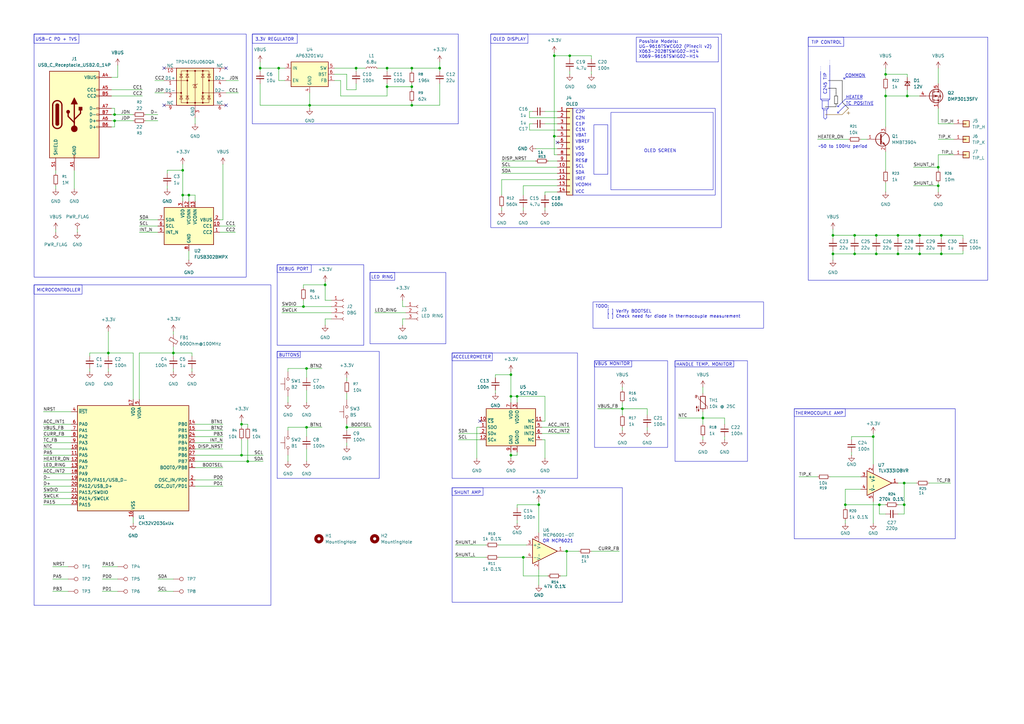
<source format=kicad_sch>
(kicad_sch
	(version 20250114)
	(generator "eeschema")
	(generator_version "9.0")
	(uuid "7095b018-eac3-4b01-b374-28e3216c4fd8")
	(paper "A3")
	
	(rectangle
		(start 185.42 200.025)
		(end 198.12 203.2)
		(stroke
			(width 0)
			(type default)
		)
		(fill
			(type none)
		)
		(uuid 1c73c902-a47e-4afe-a3a2-fdff9ad372a7)
	)
	(rectangle
		(start 185.42 144.78)
		(end 236.855 196.215)
		(stroke
			(width 0)
			(type default)
		)
		(fill
			(type none)
		)
		(uuid 25f66d05-38b5-4a17-99c1-8cad2c92cd3e)
	)
	(rectangle
		(start 13.97 13.97)
		(end 100.965 113.665)
		(stroke
			(width 0)
			(type default)
		)
		(fill
			(type none)
		)
		(uuid 34cfca7f-b72a-4261-a704-f33e6bc4b279)
	)
	(rectangle
		(start 185.42 144.78)
		(end 201.93 147.955)
		(stroke
			(width 0)
			(type default)
		)
		(fill
			(type none)
		)
		(uuid 37b1d202-d0af-4356-9cea-c5377ffdf5c6)
	)
	(rectangle
		(start 243.84 147.955)
		(end 259.08 150.495)
		(stroke
			(width 0)
			(type default)
		)
		(fill
			(type none)
		)
		(uuid 3ff5b4ba-34b9-4474-bd0b-2b540e2050a9)
	)
	(rectangle
		(start 325.755 167.64)
		(end 346.71 170.815)
		(stroke
			(width 0)
			(type default)
		)
		(fill
			(type none)
		)
		(uuid 411456a7-808a-4a99-b2e7-4b00b0660778)
	)
	(rectangle
		(start 113.665 144.145)
		(end 123.19 146.685)
		(stroke
			(width 0)
			(type default)
		)
		(fill
			(type none)
		)
		(uuid 51756553-69aa-4f9f-a31a-a60fa2c78053)
	)
	(rectangle
		(start 113.665 108.585)
		(end 149.225 141.605)
		(stroke
			(width 0)
			(type default)
		)
		(fill
			(type none)
		)
		(uuid 5ccf0a54-c09c-402b-8c12-180398bcf0c0)
	)
	(rectangle
		(start 331.47 15.24)
		(end 405.13 114.935)
		(stroke
			(width 0)
			(type default)
		)
		(fill
			(type none)
		)
		(uuid 608eefcd-9544-4ff5-9fa6-1a03cdb2edc0)
	)
	(rectangle
		(start 331.47 15.24)
		(end 346.075 19.05)
		(stroke
			(width 0)
			(type default)
		)
		(fill
			(type none)
		)
		(uuid 75245947-4db9-4c11-bcdd-4d111a323943)
	)
	(rectangle
		(start 151.765 111.76)
		(end 182.88 140.97)
		(stroke
			(width 0)
			(type default)
		)
		(fill
			(type none)
		)
		(uuid 7ca7d888-0de2-4ee4-9e02-bce99f6c7310)
	)
	(rectangle
		(start 13.97 116.84)
		(end 33.655 120.65)
		(stroke
			(width 0)
			(type default)
		)
		(fill
			(type none)
		)
		(uuid 7d5ee34c-3c30-4116-b034-575f8f5cbca0)
	)
	(rectangle
		(start 113.665 144.145)
		(end 155.575 196.215)
		(stroke
			(width 0)
			(type default)
		)
		(fill
			(type none)
		)
		(uuid 9c119ec4-7162-4594-9de4-9af2e8ac3469)
	)
	(rectangle
		(start 103.505 13.97)
		(end 121.92 17.78)
		(stroke
			(width 0)
			(type default)
		)
		(fill
			(type none)
		)
		(uuid 9d5c2b83-1ad1-4eb5-9c00-115d7cfbb819)
	)
	(rectangle
		(start 325.755 167.64)
		(end 391.795 220.98)
		(stroke
			(width 0)
			(type default)
		)
		(fill
			(type none)
		)
		(uuid a57dfd79-f7b7-44cf-be58-21e0757161fa)
	)
	(rectangle
		(start 13.97 116.84)
		(end 111.125 248.285)
		(stroke
			(width 0)
			(type default)
		)
		(fill
			(type none)
		)
		(uuid a66c837f-d550-4ad5-b67a-1a34b6eaed03)
	)
	(rectangle
		(start 250.571 46.101)
		(end 292.481 77.851)
		(stroke
			(width 0)
			(type default)
		)
		(fill
			(type none)
		)
		(uuid b323df54-646c-4c42-ac5d-c702f5da28df)
	)
	(rectangle
		(start 13.97 13.97)
		(end 32.385 17.78)
		(stroke
			(width 0)
			(type default)
		)
		(fill
			(type none)
		)
		(uuid b41c86f7-a703-4da7-9c7c-3d6f2dbdab0b)
	)
	(rectangle
		(start 276.86 147.955)
		(end 300.99 150.495)
		(stroke
			(width 0)
			(type default)
		)
		(fill
			(type none)
		)
		(uuid b798fff3-5d10-4e4c-948c-461a0845de52)
	)
	(rectangle
		(start 151.765 111.76)
		(end 161.925 114.935)
		(stroke
			(width 0)
			(type default)
		)
		(fill
			(type none)
		)
		(uuid bb60d903-b4fc-4579-917b-d8b1327cda5c)
	)
	(rectangle
		(start 234.95 44.45)
		(end 293.37 80.01)
		(stroke
			(width 0)
			(type default)
		)
		(fill
			(type none)
		)
		(uuid c7ed09f4-c5b0-447c-8527-2fd1a9942fc7)
	)
	(rectangle
		(start 201.295 13.97)
		(end 295.91 93.345)
		(stroke
			(width 0)
			(type default)
		)
		(fill
			(type none)
		)
		(uuid c86b0301-7b25-4d55-b6bd-bf1af0f3ea13)
	)
	(rectangle
		(start 243.586 51.181)
		(end 249.301 71.501)
		(stroke
			(width 0)
			(type default)
		)
		(fill
			(type none)
		)
		(uuid cc173c2c-4802-4b85-8dc1-c0ed1e2586ae)
	)
	(rectangle
		(start 243.84 147.955)
		(end 273.812 183.515)
		(stroke
			(width 0)
			(type default)
		)
		(fill
			(type none)
		)
		(uuid d2b50b41-845d-4a0b-ad88-942dbe8a9ea1)
	)
	(rectangle
		(start 113.665 108.585)
		(end 127.635 111.76)
		(stroke
			(width 0)
			(type default)
		)
		(fill
			(type none)
		)
		(uuid d42d397b-7d5e-44b0-98a1-cec60f91a733)
	)
	(rectangle
		(start 103.505 13.97)
		(end 187.96 50.8)
		(stroke
			(width 0)
			(type default)
		)
		(fill
			(type none)
		)
		(uuid d5e44070-3c31-4662-9265-15546dcb33a9)
	)
	(rectangle
		(start 276.86 147.955)
		(end 306.578 189.23)
		(stroke
			(width 0)
			(type default)
		)
		(fill
			(type none)
		)
		(uuid dc78faa3-7706-462b-aff1-ea2259b8957d)
	)
	(rectangle
		(start 201.295 13.97)
		(end 216.535 17.78)
		(stroke
			(width 0)
			(type default)
		)
		(fill
			(type none)
		)
		(uuid df873f2f-b2dc-4231-b391-da9722f3ee43)
	)
	(rectangle
		(start 185.42 200.025)
		(end 255.27 247.015)
		(stroke
			(width 0)
			(type default)
		)
		(fill
			(type none)
		)
		(uuid f4d05ad1-2d39-4c92-a424-b21a1915e749)
	)
	(text "COMMON"
		(exclude_from_sim no)
		(at 346.583 31.115 0)
		(effects
			(font
				(size 1.27 1.27)
			)
			(justify left)
		)
		(uuid "0da803d8-6a61-4b47-b3c4-8c42b4ebcdd7")
	)
	(text "~50 to 100Hz period"
		(exclude_from_sim no)
		(at 345.694 60.198 0)
		(effects
			(font
				(size 1.27 1.27)
			)
		)
		(uuid "0da88a4e-8094-41f6-a13c-7ae12789683b")
	)
	(text "3.3V REGULATOR"
		(exclude_from_sim no)
		(at 104.648 16.256 0)
		(effects
			(font
				(size 1.27 1.27)
			)
			(justify left)
		)
		(uuid "270c64e9-acc9-4bdf-adf9-51e85a7cfae3")
	)
	(text "C2N"
		(exclude_from_sim no)
		(at 235.966 48.514 0)
		(effects
			(font
				(size 1.27 1.27)
			)
			(justify left)
		)
		(uuid "303735e4-f194-4e97-9ddd-7741146e5965")
	)
	(text "OR MCP6021"
		(exclude_from_sim no)
		(at 228.854 221.996 0)
		(effects
			(font
				(size 1.27 1.27)
			)
		)
		(uuid "3b0bba77-4da6-417e-ba61-6edac674827f")
	)
	(text "USB-C PD + TVS"
		(exclude_from_sim no)
		(at 14.478 16.256 0)
		(effects
			(font
				(size 1.27 1.27)
			)
			(justify left)
		)
		(uuid "3b53ae36-2320-46df-8526-8d2b0e4cd267")
	)
	(text "BUTTONS"
		(exclude_from_sim no)
		(at 114.3 145.796 0)
		(effects
			(font
				(size 1.27 1.27)
			)
			(justify left)
		)
		(uuid "4ff0d853-92f6-4f02-aa33-1f252be5ef75")
	)
	(text "DEBUG PORT"
		(exclude_from_sim no)
		(at 114.3 110.49 0)
		(effects
			(font
				(size 1.27 1.27)
			)
			(justify left)
		)
		(uuid "5c2c7cad-81d2-418f-aeca-ca54c6312f8c")
	)
	(text "SCL"
		(exclude_from_sim no)
		(at 235.966 68.326 0)
		(effects
			(font
				(size 1.27 1.27)
			)
			(justify left)
		)
		(uuid "63c62cf3-4266-478a-9f68-199034fe5d8b")
	)
	(text "RES#"
		(exclude_from_sim no)
		(at 235.966 66.04 0)
		(effects
			(font
				(size 1.27 1.27)
			)
			(justify left)
		)
		(uuid "6ce3c0b9-bb73-4f4d-8996-df06398c02e3")
	)
	(text "C1P"
		(exclude_from_sim no)
		(at 235.966 51.054 0)
		(effects
			(font
				(size 1.27 1.27)
			)
			(justify left)
		)
		(uuid "6d196f00-fda4-408a-b16f-63e268646b7a")
	)
	(text "ACCELEROMETER"
		(exclude_from_sim no)
		(at 193.548 146.558 0)
		(effects
			(font
				(size 1.27 1.27)
			)
		)
		(uuid "6d3cce01-49eb-4036-848c-880563d726ff")
	)
	(text "HEATER"
		(exclude_from_sim no)
		(at 346.837 40.005 0)
		(effects
			(font
				(size 1.27 1.27)
			)
			(justify left)
		)
		(uuid "6f935533-365b-4490-a199-60d1f885e9c5")
	)
	(text "IREF"
		(exclude_from_sim no)
		(at 235.966 73.406 0)
		(effects
			(font
				(size 1.27 1.27)
			)
			(justify left)
		)
		(uuid "78269562-db7d-4f9c-9409-11de08793bfa")
	)
	(text "C1N"
		(exclude_from_sim no)
		(at 235.966 53.34 0)
		(effects
			(font
				(size 1.27 1.27)
			)
			(justify left)
		)
		(uuid "86eaf89d-7735-48bc-8adf-2c6d7e1c9267")
	)
	(text "C2P"
		(exclude_from_sim no)
		(at 235.966 45.974 0)
		(effects
			(font
				(size 1.27 1.27)
			)
			(justify left)
		)
		(uuid "88767c22-62f5-491f-8191-e622ce50d549")
	)
	(text "VDD"
		(exclude_from_sim no)
		(at 235.966 63.5 0)
		(effects
			(font
				(size 1.27 1.27)
			)
			(justify left)
		)
		(uuid "98ea20d6-f789-4c9a-9d2d-ddf9c4e55ce3")
	)
	(text "HANDLE TEMP. MONITOR"
		(exclude_from_sim no)
		(at 288.798 149.606 0)
		(effects
			(font
				(size 1.27 1.27)
			)
		)
		(uuid "9cf9be48-0da6-4698-b802-905b4321ec7e")
	)
	(text "TC POSITIVE"
		(exclude_from_sim no)
		(at 346.837 42.545 0)
		(effects
			(font
				(size 1.27 1.27)
			)
			(justify left)
		)
		(uuid "9da3b577-a0bb-4c33-9c3c-e8388ac87829")
	)
	(text "OLED SCREEN"
		(exclude_from_sim no)
		(at 270.764 61.976 0)
		(effects
			(font
				(size 1.27 1.27)
			)
		)
		(uuid "a7d4d929-dbaa-411d-a847-37e4617db2b8")
	)
	(text "VCC"
		(exclude_from_sim no)
		(at 235.966 78.74 0)
		(effects
			(font
				(size 1.27 1.27)
			)
			(justify left)
		)
		(uuid "c0b5be38-ee7a-4c62-b666-9455a24b9bdf")
	)
	(text "TIP CONTROL"
		(exclude_from_sim no)
		(at 332.74 17.526 0)
		(effects
			(font
				(size 1.27 1.27)
			)
			(justify left)
		)
		(uuid "cbc624c8-2e49-4540-b1a0-5d8227d4665c")
	)
	(text "SDA"
		(exclude_from_sim no)
		(at 235.966 70.866 0)
		(effects
			(font
				(size 1.27 1.27)
			)
			(justify left)
		)
		(uuid "d1f23843-c159-4734-816f-e3ebdc7225d4")
	)
	(text "VBREF"
		(exclude_from_sim no)
		(at 235.966 58.166 0)
		(effects
			(font
				(size 1.27 1.27)
			)
			(justify left)
		)
		(uuid "dc92fbc2-eb7d-47ac-891e-6de1528c9506")
	)
	(text "SHUNT AMP"
		(exclude_from_sim no)
		(at 191.77 202.184 0)
		(effects
			(font
				(size 1.27 1.27)
			)
		)
		(uuid "df820a8a-db2f-421f-9d16-371dee1814e3")
	)
	(text "OLED DISPLAY"
		(exclude_from_sim no)
		(at 202.184 16.256 0)
		(effects
			(font
				(size 1.27 1.27)
			)
			(justify left)
		)
		(uuid "e1182865-9cf6-484e-b369-4d8124243a24")
	)
	(text "VBAT"
		(exclude_from_sim no)
		(at 235.966 55.626 0)
		(effects
			(font
				(size 1.27 1.27)
			)
			(justify left)
		)
		(uuid "e5136794-6a5a-4728-b4d0-e47266a8ec2c")
	)
	(text "VSS"
		(exclude_from_sim no)
		(at 235.966 60.96 0)
		(effects
			(font
				(size 1.27 1.27)
			)
			(justify left)
		)
		(uuid "e5277a5c-1568-43ec-ab65-5c403a9ddad3")
	)
	(text "VCOMH"
		(exclude_from_sim no)
		(at 235.966 75.946 0)
		(effects
			(font
				(size 1.27 1.27)
			)
			(justify left)
		)
		(uuid "e677c7ab-e79d-4a1c-8a88-4a56ca5d6b79")
	)
	(text "THERMOCOUPLE AMP"
		(exclude_from_sim no)
		(at 336.042 169.672 0)
		(effects
			(font
				(size 1.27 1.27)
			)
		)
		(uuid "e865e2d4-df9a-47d7-8bc3-1d543675c813")
	)
	(text "C245 TIP"
		(exclude_from_sim no)
		(at 338.455 34.417 90)
		(effects
			(font
				(size 1.27 1.27)
			)
		)
		(uuid "ec1ed9c1-072b-4c68-8764-5736b7bc8d68")
	)
	(text "LED RING"
		(exclude_from_sim no)
		(at 156.718 113.792 0)
		(effects
			(font
				(size 1.27 1.27)
			)
		)
		(uuid "eebaafe7-13f6-4495-a884-67f3bb5c6ce1")
	)
	(text "MICROCONTROLLER"
		(exclude_from_sim no)
		(at 14.986 119.126 0)
		(effects
			(font
				(size 1.27 1.27)
			)
			(justify left)
		)
		(uuid "f4202bbd-17db-406a-9b6f-417fe43fdaab")
	)
	(text "VBUS MONITOR"
		(exclude_from_sim no)
		(at 251.206 149.352 0)
		(effects
			(font
				(size 1.27 1.27)
			)
		)
		(uuid "f741b2f1-f711-4456-aa2d-f19417092858")
	)
	(text_box "TODO:\n	[ ] Verify BOOTSEL\n	[ ] Check need for diode in thermocouple measurement\n"
		(exclude_from_sim no)
		(at 243.205 123.825 0)
		(size 69.9698 10.7949)
		(margins 0.9525 0.9525 0.9525 0.9525)
		(stroke
			(width 0)
			(type solid)
		)
		(fill
			(type none)
		)
		(effects
			(font
				(size 1.27 1.27)
			)
			(justify left top)
		)
		(uuid "1e18a4a2-674d-4a0b-8ddc-8ad59a0aa3d5")
	)
	(text_box "Possible Models:\nUG-9616TSWCG02 (Pinecil v2)\nX063-2028TSWIG02-H14\nX069-9616TSWIG02-H14"
		(exclude_from_sim no)
		(at 260.985 15.24 0)
		(size 33.655 10.16)
		(margins 0.9525 0.9525 0.9525 0.9525)
		(stroke
			(width 0)
			(type solid)
		)
		(fill
			(type none)
		)
		(effects
			(font
				(size 1.27 1.27)
			)
			(justify left top)
		)
		(uuid "aff1d92e-7948-41af-95d4-eec0b0d11729")
	)
	(junction
		(at 341.63 96.52)
		(diameter 0)
		(color 0 0 0 0)
		(uuid "0249d269-810c-4792-bcad-62c507e2feae")
	)
	(junction
		(at 146.05 27.94)
		(diameter 0)
		(color 0 0 0 0)
		(uuid "0acd8611-5527-40f7-90a3-5c60d1adc1d0")
	)
	(junction
		(at 220.98 207.01)
		(diameter 0)
		(color 0 0 0 0)
		(uuid "0b83f2c9-b8b1-424d-9ef9-aa8bc46ee63d")
	)
	(junction
		(at 384.81 76.2)
		(diameter 0)
		(color 0 0 0 0)
		(uuid "2291a0a5-37d0-487d-857a-7dd7fc52b1a3")
	)
	(junction
		(at 99.06 173.99)
		(diameter 0)
		(color 0 0 0 0)
		(uuid "22bc19a2-e590-4ae5-87e1-2c346112c753")
	)
	(junction
		(at 372.11 39.37)
		(diameter 0)
		(color 0 0 0 0)
		(uuid "33f31390-ba39-49b6-9e3c-1bb22f4077cb")
	)
	(junction
		(at 101.6 189.23)
		(diameter 0)
		(color 0 0 0 0)
		(uuid "39afbb62-f4d9-47c5-b1ec-6bf8308a9b0e")
	)
	(junction
		(at 377.19 96.52)
		(diameter 0)
		(color 0 0 0 0)
		(uuid "3e104a1b-7253-4537-8264-1c669770fc55")
	)
	(junction
		(at 358.14 179.07)
		(diameter 0)
		(color 0 0 0 0)
		(uuid "3f9bcc33-18ad-48ec-8047-f514eddb9bd3")
	)
	(junction
		(at 341.63 104.14)
		(diameter 0)
		(color 0 0 0 0)
		(uuid "43942d84-b87b-4f4a-adb8-d0b0fad21d24")
	)
	(junction
		(at 346.71 207.01)
		(diameter 0)
		(color 0 0 0 0)
		(uuid "4793f579-9960-4fea-a983-16516b9a6a74")
	)
	(junction
		(at 158.75 27.94)
		(diameter 0)
		(color 0 0 0 0)
		(uuid "4e457d4d-37fd-4b51-a420-85ebb8dc04c5")
	)
	(junction
		(at 368.3 104.14)
		(diameter 0)
		(color 0 0 0 0)
		(uuid "4fb70dd2-3e99-400e-97c5-a12f82607ede")
	)
	(junction
		(at 255.27 167.64)
		(diameter 0)
		(color 0 0 0 0)
		(uuid "5171e2df-ff89-449d-9837-899c8a33b75c")
	)
	(junction
		(at 386.08 104.14)
		(diameter 0)
		(color 0 0 0 0)
		(uuid "55503a9c-b6b6-4187-8267-b69ed226b524")
	)
	(junction
		(at 363.22 39.37)
		(diameter 0)
		(color 0 0 0 0)
		(uuid "55c48a4e-b496-4df9-98f9-8a2a30715d30")
	)
	(junction
		(at 168.91 35.56)
		(diameter 0)
		(color 0 0 0 0)
		(uuid "57d2e74f-9c65-42d1-a47a-8230db07f92e")
	)
	(junction
		(at 209.55 162.56)
		(diameter 0)
		(color 0 0 0 0)
		(uuid "589eff9d-eed1-4df5-98d6-26b7c768b426")
	)
	(junction
		(at 214.63 228.6)
		(diameter 0)
		(color 0 0 0 0)
		(uuid "5c6565bc-3073-4b42-a446-7197b95e4ab3")
	)
	(junction
		(at 46.99 49.53)
		(diameter 0)
		(color 0 0 0 0)
		(uuid "5e8d1cf7-167e-4030-9f28-7c115ea5395b")
	)
	(junction
		(at 227.33 55.88)
		(diameter 0)
		(color 0 0 0 0)
		(uuid "5fbb3de9-86ee-49ad-a284-eb55f1cc692a")
	)
	(junction
		(at 168.91 43.18)
		(diameter 0)
		(color 0 0 0 0)
		(uuid "660d2309-d1aa-4d86-b95c-854e50c0a293")
	)
	(junction
		(at 168.91 27.94)
		(diameter 0)
		(color 0 0 0 0)
		(uuid "691dc945-779c-4911-8f56-5300f4d58275")
	)
	(junction
		(at 384.81 68.58)
		(diameter 0)
		(color 0 0 0 0)
		(uuid "6fbc3f89-b162-4bd3-8f98-3e6c706f1c03")
	)
	(junction
		(at 233.68 22.86)
		(diameter 0)
		(color 0 0 0 0)
		(uuid "73b54f8a-8892-4f5c-ad2f-0a2e6cc384c3")
	)
	(junction
		(at 360.68 207.01)
		(diameter 0)
		(color 0 0 0 0)
		(uuid "77d052f3-f174-4ac4-b7f3-74fd8cd4f0e2")
	)
	(junction
		(at 288.29 171.45)
		(diameter 0)
		(color 0 0 0 0)
		(uuid "77d1a2e0-538e-4917-8463-902112f9887a")
	)
	(junction
		(at 359.41 96.52)
		(diameter 0)
		(color 0 0 0 0)
		(uuid "79c391a9-2d95-4c3e-a922-b7e1f89f8cb2")
	)
	(junction
		(at 209.55 153.67)
		(diameter 0)
		(color 0 0 0 0)
		(uuid "84b1d133-5555-4f34-9259-4c4a00397909")
	)
	(junction
		(at 158.75 35.56)
		(diameter 0)
		(color 0 0 0 0)
		(uuid "85eb43cd-2fb7-4c1a-b0ce-7e338a2da686")
	)
	(junction
		(at 370.84 207.01)
		(diameter 0)
		(color 0 0 0 0)
		(uuid "879d8513-8c12-4c71-805b-cfd0566ce6a8")
	)
	(junction
		(at 350.52 104.14)
		(diameter 0)
		(color 0 0 0 0)
		(uuid "87dc4b49-25de-4f6d-adf7-8941fa901f8f")
	)
	(junction
		(at 99.06 186.69)
		(diameter 0)
		(color 0 0 0 0)
		(uuid "8f91cdd6-9b8f-41e7-aba5-783e4c94f1c2")
	)
	(junction
		(at 227.33 22.86)
		(diameter 0)
		(color 0 0 0 0)
		(uuid "9531702c-c6a6-4297-8a10-64a5c6fc90b3")
	)
	(junction
		(at 350.52 96.52)
		(diameter 0)
		(color 0 0 0 0)
		(uuid "963b4dc5-29f7-4f14-9341-7b3162f2c358")
	)
	(junction
		(at 368.3 96.52)
		(diameter 0)
		(color 0 0 0 0)
		(uuid "98b3589f-4017-4aba-83b6-53982e3e5cd4")
	)
	(junction
		(at 44.45 144.78)
		(diameter 0)
		(color 0 0 0 0)
		(uuid "9fa2ea7a-f50f-4f59-8f6e-1d8cc4b4f22f")
	)
	(junction
		(at 74.93 80.01)
		(diameter 0)
		(color 0 0 0 0)
		(uuid "a102cd63-af1a-49b4-9201-df06578d4c1f")
	)
	(junction
		(at 370.84 198.12)
		(diameter 0)
		(color 0 0 0 0)
		(uuid "aff6f7cf-f995-4965-9b70-2f6e1afd3257")
	)
	(junction
		(at 377.19 104.14)
		(diameter 0)
		(color 0 0 0 0)
		(uuid "ba3cb80e-2f56-46b8-a675-0ffd9ff134a3")
	)
	(junction
		(at 125.73 175.26)
		(diameter 0)
		(color 0 0 0 0)
		(uuid "bf198e04-4a01-4230-877f-f1ab43f756f2")
	)
	(junction
		(at 71.12 144.78)
		(diameter 0)
		(color 0 0 0 0)
		(uuid "cbafbc4a-ea32-4bc2-8303-c740f3149d9b")
	)
	(junction
		(at 127 43.18)
		(diameter 0)
		(color 0 0 0 0)
		(uuid "d049456d-20ee-4308-a384-c295c5fb64a1")
	)
	(junction
		(at 77.47 80.01)
		(diameter 0)
		(color 0 0 0 0)
		(uuid "d075905e-0ee9-4e4e-bc8b-46248e59d6b7")
	)
	(junction
		(at 232.41 226.06)
		(diameter 0)
		(color 0 0 0 0)
		(uuid "d120f155-c747-46db-85bd-012ff6f955e2")
	)
	(junction
		(at 209.55 186.69)
		(diameter 0)
		(color 0 0 0 0)
		(uuid "d3c0ec6c-e13a-496a-ad1c-ba60afc46b96")
	)
	(junction
		(at 46.99 46.99)
		(diameter 0)
		(color 0 0 0 0)
		(uuid "d3cb3929-1383-43bf-9aa0-8d6179547879")
	)
	(junction
		(at 125.73 151.13)
		(diameter 0)
		(color 0 0 0 0)
		(uuid "d8814552-a2c0-4a06-a6ac-aee6b3d4aa8f")
	)
	(junction
		(at 74.93 69.85)
		(diameter 0)
		(color 0 0 0 0)
		(uuid "dced1970-c9d1-4fca-aa68-57578fbeec87")
	)
	(junction
		(at 133.35 116.84)
		(diameter 0)
		(color 0 0 0 0)
		(uuid "dd645f38-5944-4257-9764-2d12bcf783d9")
	)
	(junction
		(at 124.46 125.73)
		(diameter 0)
		(color 0 0 0 0)
		(uuid "e0c9883b-d031-4a61-9fde-76739f501e2c")
	)
	(junction
		(at 114.3 27.94)
		(diameter 0)
		(color 0 0 0 0)
		(uuid "e80bc681-7695-43f3-a2bd-d411c7e86409")
	)
	(junction
		(at 212.09 162.56)
		(diameter 0)
		(color 0 0 0 0)
		(uuid "ea9ea449-1699-40d7-8a1c-89a1d2111f96")
	)
	(junction
		(at 359.41 104.14)
		(diameter 0)
		(color 0 0 0 0)
		(uuid "ebc86db2-2764-4df6-9433-ecced69310ed")
	)
	(junction
		(at 386.08 96.52)
		(diameter 0)
		(color 0 0 0 0)
		(uuid "ed52385f-ebdf-4c3e-aebe-022c47113848")
	)
	(junction
		(at 180.34 27.94)
		(diameter 0)
		(color 0 0 0 0)
		(uuid "efddc068-f25b-4568-b3c6-1c6aa0f4c97e")
	)
	(junction
		(at 106.68 27.94)
		(diameter 0)
		(color 0 0 0 0)
		(uuid "f1df4cab-d95d-4e21-b204-cc5686c3ccd2")
	)
	(junction
		(at 363.22 30.48)
		(diameter 0)
		(color 0 0 0 0)
		(uuid "f745564c-7281-4805-96bb-d0a077864026")
	)
	(junction
		(at 142.24 175.26)
		(diameter 0)
		(color 0 0 0 0)
		(uuid "fe9b1f2a-8aec-4aa7-8489-1f83d22307ee")
	)
	(no_connect
		(at 92.71 43.18)
		(uuid "46b4ccbc-24ab-4899-8505-9a1bc9336197")
	)
	(no_connect
		(at 67.31 27.94)
		(uuid "613b3790-5218-413f-a343-e26aa4ea4b95")
	)
	(no_connect
		(at 228.6 58.42)
		(uuid "8d801d13-32fe-4e34-8cc5-b8a86a497023")
	)
	(no_connect
		(at 196.85 172.72)
		(uuid "bb17c601-45a1-4eb6-aaaf-eada3efdd523")
	)
	(no_connect
		(at 67.31 43.18)
		(uuid "c9b41e3a-80a4-4410-be4c-91975e86700a")
	)
	(no_connect
		(at 92.71 27.94)
		(uuid "e9fc4535-1911-4390-b5e2-c282d53c9319")
	)
	(wire
		(pts
			(xy 99.06 186.69) (xy 107.95 186.69)
		)
		(stroke
			(width 0)
			(type default)
		)
		(uuid "00dc7f33-0b4e-4099-8479-24293b9aabac")
	)
	(wire
		(pts
			(xy 384.81 76.2) (xy 384.81 78.74)
		)
		(stroke
			(width 0)
			(type default)
		)
		(uuid "00efba34-a0a6-4a06-bee9-86347cae1ad9")
	)
	(wire
		(pts
			(xy 222.25 177.8) (xy 233.68 177.8)
		)
		(stroke
			(width 0)
			(type default)
		)
		(uuid "0156bf95-e162-433c-99c7-904c2f68448d")
	)
	(wire
		(pts
			(xy 391.16 63.5) (xy 384.81 63.5)
		)
		(stroke
			(width 0)
			(type default)
		)
		(uuid "01731df4-405d-4159-8024-ddbfe44e4824")
	)
	(wire
		(pts
			(xy 180.34 25.4) (xy 180.34 27.94)
		)
		(stroke
			(width 0)
			(type default)
		)
		(uuid "0280334b-627a-4233-a676-012a207d9298")
	)
	(wire
		(pts
			(xy 195.58 175.26) (xy 196.85 175.26)
		)
		(stroke
			(width 0)
			(type default)
		)
		(uuid "03f9526b-c252-4cea-a8ec-81306ff6df76")
	)
	(wire
		(pts
			(xy 63.5 38.1) (xy 67.31 38.1)
		)
		(stroke
			(width 0)
			(type default)
		)
		(uuid "057a48eb-9b1d-42a5-bf44-6985b9321748")
	)
	(wire
		(pts
			(xy 232.41 236.22) (xy 232.41 226.06)
		)
		(stroke
			(width 0)
			(type default)
		)
		(uuid "05e89aa4-84da-405d-a1af-2a2d87ad272b")
	)
	(polyline
		(pts
			(xy 346.075 32.385) (xy 346.71 32.385)
		)
		(stroke
			(width 0)
			(type default)
		)
		(uuid "061e75a6-db12-4875-bb49-acc7a02aa4eb")
	)
	(wire
		(pts
			(xy 227.33 55.88) (xy 228.6 55.88)
		)
		(stroke
			(width 0)
			(type default)
		)
		(uuid "06a39b25-e5c0-48bf-8f66-6ff9e46efda7")
	)
	(wire
		(pts
			(xy 363.22 27.94) (xy 363.22 30.48)
		)
		(stroke
			(width 0)
			(type default)
		)
		(uuid "07213a78-02ed-408a-8a81-3c765c5554db")
	)
	(polyline
		(pts
			(xy 345.44 33.02) (xy 345.44 41.91)
		)
		(stroke
			(width 0)
			(type solid)
			(color 0 0 0 1)
		)
		(uuid "076917fa-25ee-47d3-b2b0-165b02f01f24")
	)
	(wire
		(pts
			(xy 68.58 69.85) (xy 74.93 69.85)
		)
		(stroke
			(width 0)
			(type default)
		)
		(uuid "088c7699-190e-4234-9815-fffe11d5ef7a")
	)
	(wire
		(pts
			(xy 68.58 76.2) (xy 68.58 77.47)
		)
		(stroke
			(width 0)
			(type default)
		)
		(uuid "090443bb-96fb-4f06-ac72-191a7f6e15f4")
	)
	(wire
		(pts
			(xy 96.52 95.25) (xy 90.17 95.25)
		)
		(stroke
			(width 0)
			(type default)
		)
		(uuid "091df10a-a778-479d-8cbf-324751cb3cc5")
	)
	(wire
		(pts
			(xy 187.96 180.34) (xy 196.85 180.34)
		)
		(stroke
			(width 0)
			(type default)
		)
		(uuid "093a4bfc-aabd-4586-948a-1580d9afeffa")
	)
	(wire
		(pts
			(xy 45.72 36.83) (xy 58.42 36.83)
		)
		(stroke
			(width 0)
			(type default)
		)
		(uuid "098337dc-d67f-4f92-9e59-aa0530495823")
	)
	(wire
		(pts
			(xy 297.18 171.45) (xy 288.29 171.45)
		)
		(stroke
			(width 0)
			(type default)
		)
		(uuid "0b4a8b97-8014-479a-a3ac-97bbd47fcdf1")
	)
	(wire
		(pts
			(xy 204.47 228.6) (xy 214.63 228.6)
		)
		(stroke
			(width 0)
			(type default)
		)
		(uuid "0cad2886-a2e2-49af-b1ff-94b34171dd68")
	)
	(wire
		(pts
			(xy 80.01 184.15) (xy 91.44 184.15)
		)
		(stroke
			(width 0)
			(type default)
		)
		(uuid "0d0fb7d8-cf76-4ea3-b43e-0043f449d33e")
	)
	(wire
		(pts
			(xy 106.68 34.29) (xy 106.68 43.18)
		)
		(stroke
			(width 0)
			(type default)
		)
		(uuid "0d1da041-1604-484f-8588-64418e6780df")
	)
	(polyline
		(pts
			(xy 351.155 43.18) (xy 358.14 43.18)
		)
		(stroke
			(width 0)
			(type default)
		)
		(uuid "0efdd063-1445-49ad-b269-05e1548bd623")
	)
	(wire
		(pts
			(xy 17.78 191.77) (xy 29.21 191.77)
		)
		(stroke
			(width 0)
			(type default)
		)
		(uuid "0f968ad1-38fa-43f3-a9ca-eaab57060db2")
	)
	(wire
		(pts
			(xy 214.63 85.09) (xy 214.63 86.36)
		)
		(stroke
			(width 0)
			(type default)
		)
		(uuid "0fdf5b0f-14a7-4ff5-aee8-91dcf3e80430")
	)
	(wire
		(pts
			(xy 168.91 35.56) (xy 158.75 35.56)
		)
		(stroke
			(width 0)
			(type default)
		)
		(uuid "1190a964-f3bd-43e5-a242-6444d80cf4b2")
	)
	(polyline
		(pts
			(xy 338.455 46.99) (xy 345.44 46.99)
		)
		(stroke
			(width 0)
			(type solid)
			(color 128 77 0 1)
		)
		(uuid "11cf35b8-cd1b-4b18-8246-50d401672c42")
	)
	(wire
		(pts
			(xy 346.71 207.01) (xy 346.71 200.66)
		)
		(stroke
			(width 0)
			(type default)
		)
		(uuid "12f02fb2-28a7-4766-ae13-424545151178")
	)
	(wire
		(pts
			(xy 209.55 162.56) (xy 209.55 165.1)
		)
		(stroke
			(width 0)
			(type default)
		)
		(uuid "135c080a-b87a-42f2-bd23-e8f54c5ee6c7")
	)
	(wire
		(pts
			(xy 165.1 133.35) (xy 165.1 130.81)
		)
		(stroke
			(width 0)
			(type default)
		)
		(uuid "13a8fbae-4055-4538-a775-7561035458e6")
	)
	(wire
		(pts
			(xy 346.71 207.01) (xy 360.68 207.01)
		)
		(stroke
			(width 0)
			(type default)
		)
		(uuid "13e7537a-edd6-43d5-8bb0-f6eb3d491016")
	)
	(wire
		(pts
			(xy 370.84 207.01) (xy 370.84 198.12)
		)
		(stroke
			(width 0)
			(type default)
		)
		(uuid "1427c6b1-5293-499b-9663-f54121cc8ca4")
	)
	(wire
		(pts
			(xy 48.26 31.75) (xy 48.26 26.67)
		)
		(stroke
			(width 0)
			(type default)
		)
		(uuid "14b83c6b-fa77-4ec1-b020-d89f490dd1db")
	)
	(wire
		(pts
			(xy 377.19 102.87) (xy 377.19 104.14)
		)
		(stroke
			(width 0)
			(type default)
		)
		(uuid "14f4beaa-5919-48a6-bf5e-868152fe82b7")
	)
	(wire
		(pts
			(xy 368.3 96.52) (xy 368.3 97.79)
		)
		(stroke
			(width 0)
			(type default)
		)
		(uuid "154f7824-5e3a-4df6-a265-e8ad4cf18628")
	)
	(wire
		(pts
			(xy 363.22 30.48) (xy 363.22 31.75)
		)
		(stroke
			(width 0)
			(type default)
		)
		(uuid "168f3109-c853-4869-ab24-7341dc21232b")
	)
	(wire
		(pts
			(xy 358.14 177.8) (xy 358.14 179.07)
		)
		(stroke
			(width 0)
			(type default)
		)
		(uuid "16a235b6-6479-41c3-934b-5990cd87fafe")
	)
	(wire
		(pts
			(xy 227.33 55.88) (xy 227.33 63.5)
		)
		(stroke
			(width 0)
			(type default)
		)
		(uuid "16a6ad92-1a6b-4d2b-93f1-5652f5947dbb")
	)
	(wire
		(pts
			(xy 168.91 29.21) (xy 168.91 27.94)
		)
		(stroke
			(width 0)
			(type default)
		)
		(uuid "16beecb1-a5ab-433f-9aa9-d5c8af0be23d")
	)
	(polyline
		(pts
			(xy 347.345 46.355) (xy 348.615 46.355)
		)
		(stroke
			(width 0)
			(type solid)
			(color 128 77 0 1)
		)
		(uuid "17532791-aaa0-48e6-a3d3-84b5cfe2ffdf")
	)
	(wire
		(pts
			(xy 384.81 27.94) (xy 384.81 34.29)
		)
		(stroke
			(width 0)
			(type default)
		)
		(uuid "1795c9ec-558c-4688-8727-fb618bb19c4d")
	)
	(wire
		(pts
			(xy 41.91 242.57) (xy 48.26 242.57)
		)
		(stroke
			(width 0)
			(type default)
		)
		(uuid "17c09d63-4f8c-4d97-9c64-a3bd4dd82600")
	)
	(wire
		(pts
			(xy 45.72 52.07) (xy 46.99 52.07)
		)
		(stroke
			(width 0)
			(type default)
		)
		(uuid "18438b3a-827e-4972-b4d2-e39627126fd2")
	)
	(wire
		(pts
			(xy 17.78 186.69) (xy 29.21 186.69)
		)
		(stroke
			(width 0)
			(type default)
		)
		(uuid "185cc638-609c-4acf-9a83-434d47f9bece")
	)
	(wire
		(pts
			(xy 118.11 162.56) (xy 118.11 165.1)
		)
		(stroke
			(width 0)
			(type default)
		)
		(uuid "1a08e192-3ede-459c-841e-9f0c19ec1e3e")
	)
	(wire
		(pts
			(xy 17.78 201.93) (xy 29.21 201.93)
		)
		(stroke
			(width 0)
			(type default)
		)
		(uuid "1a675778-1e38-4114-a392-a674b2dc8fa9")
	)
	(wire
		(pts
			(xy 71.12 135.89) (xy 71.12 137.16)
		)
		(stroke
			(width 0)
			(type default)
		)
		(uuid "1ae0b9e3-10e0-4c50-8291-792664f6f6ce")
	)
	(wire
		(pts
			(xy 101.6 175.26) (xy 101.6 173.99)
		)
		(stroke
			(width 0)
			(type default)
		)
		(uuid "1beeb275-c1cd-4b8f-a12a-830eb9c2286d")
	)
	(wire
		(pts
			(xy 80.01 199.39) (xy 91.44 199.39)
		)
		(stroke
			(width 0)
			(type default)
		)
		(uuid "1c31a3a0-71be-4869-aecb-fe7720f70370")
	)
	(polyline
		(pts
			(xy 342.9 38.1) (xy 342.9 39.37)
		)
		(stroke
			(width 0)
			(type solid)
			(color 0 0 0 1)
		)
		(uuid "1cb32bb3-76dc-4823-be3a-ee1c82fb9d6e")
	)
	(wire
		(pts
			(xy 168.91 43.18) (xy 127 43.18)
		)
		(stroke
			(width 0)
			(type default)
		)
		(uuid "1efe1ac7-40f4-4f17-9d42-17e1c9f0de6b")
	)
	(polyline
		(pts
			(xy 346.075 32.385) (xy 346.71 31.75)
		)
		(stroke
			(width 0)
			(type default)
		)
		(uuid "1fc62f63-6cba-4ff0-930d-1f292e0bfa84")
	)
	(wire
		(pts
			(xy 80.01 181.61) (xy 91.44 181.61)
		)
		(stroke
			(width 0)
			(type default)
		)
		(uuid "1fd72b09-6ab8-4dc4-8f0b-ca67c9a74253")
	)
	(wire
		(pts
			(xy 68.58 71.12) (xy 68.58 69.85)
		)
		(stroke
			(width 0)
			(type default)
		)
		(uuid "202b5c7b-0b11-4522-bc46-256551c46d63")
	)
	(wire
		(pts
			(xy 116.84 27.94) (xy 114.3 27.94)
		)
		(stroke
			(width 0)
			(type default)
		)
		(uuid "202f5003-0a48-4fcb-962b-eb5d0b2eea8c")
	)
	(wire
		(pts
			(xy 384.81 50.8) (xy 391.16 50.8)
		)
		(stroke
			(width 0)
			(type default)
		)
		(uuid "206812ad-99c8-4641-84e7-7df86ad62159")
	)
	(polyline
		(pts
			(xy 336.55 40.64) (xy 340.36 40.64)
		)
		(stroke
			(width 0)
			(type default)
		)
		(uuid "20c289f8-34a5-48ed-8d32-b4b9e5521011")
	)
	(wire
		(pts
			(xy 77.47 102.87) (xy 77.47 106.68)
		)
		(stroke
			(width 0)
			(type default)
		)
		(uuid "21a2f101-e4da-4991-a949-92df212cf85b")
	)
	(wire
		(pts
			(xy 265.43 175.26) (xy 265.43 176.53)
		)
		(stroke
			(width 0)
			(type default)
		)
		(uuid "21bbd215-45b4-4860-8d1a-f2e25c043882")
	)
	(polyline
		(pts
			(xy 346.71 31.75) (xy 354.965 31.75)
		)
		(stroke
			(width 0)
			(type default)
		)
		(uuid "225ad2a0-3f91-4b41-b14c-33002ef325b8")
	)
	(wire
		(pts
			(xy 180.34 43.18) (xy 168.91 43.18)
		)
		(stroke
			(width 0)
			(type default)
		)
		(uuid "228d2b28-0e5e-4a0f-9a64-60ca034456d5")
	)
	(wire
		(pts
			(xy 22.86 69.85) (xy 22.86 71.12)
		)
		(stroke
			(width 0)
			(type default)
		)
		(uuid "22ceb097-bc74-4764-aecd-0b980944d711")
	)
	(wire
		(pts
			(xy 384.81 57.15) (xy 391.16 57.15)
		)
		(stroke
			(width 0)
			(type default)
		)
		(uuid "234d1ba8-847a-498b-b1ae-e4eb0f0e2c2e")
	)
	(polyline
		(pts
			(xy 345.44 46.99) (xy 347.98 44.45)
		)
		(stroke
			(width 0)
			(type solid)
			(color 128 77 0 1)
		)
		(uuid "23b27315-c748-4e5f-bfe8-f12b825cfb87")
	)
	(wire
		(pts
			(xy 377.19 96.52) (xy 386.08 96.52)
		)
		(stroke
			(width 0)
			(type default)
		)
		(uuid "241d78ea-2de2-4188-aaa5-4924dd6609f2")
	)
	(wire
		(pts
			(xy 168.91 34.29) (xy 168.91 35.56)
		)
		(stroke
			(width 0)
			(type default)
		)
		(uuid "24d5a81f-7436-4451-bff0-11fbe42d2c28")
	)
	(wire
		(pts
			(xy 341.63 102.87) (xy 341.63 104.14)
		)
		(stroke
			(width 0)
			(type default)
		)
		(uuid "262148e9-abf9-4df4-8abe-6bc1166237b2")
	)
	(wire
		(pts
			(xy 125.73 175.26) (xy 132.08 175.26)
		)
		(stroke
			(width 0)
			(type default)
		)
		(uuid "27851202-de10-4bda-a7a1-86d90d3431e9")
	)
	(wire
		(pts
			(xy 118.11 186.69) (xy 118.11 189.23)
		)
		(stroke
			(width 0)
			(type default)
		)
		(uuid "281d0dee-0d42-447c-96a0-518527b352a7")
	)
	(wire
		(pts
			(xy 363.22 210.82) (xy 360.68 210.82)
		)
		(stroke
			(width 0)
			(type default)
		)
		(uuid "28f9a714-ce47-4a87-9eba-39a2e1e51e21")
	)
	(wire
		(pts
			(xy 158.75 39.37) (xy 139.7 39.37)
		)
		(stroke
			(width 0)
			(type default)
		)
		(uuid "296133f5-2a32-47e9-994c-67f3c4c032fa")
	)
	(wire
		(pts
			(xy 46.99 44.45) (xy 46.99 46.99)
		)
		(stroke
			(width 0)
			(type default)
		)
		(uuid "2b6c7f04-a093-4524-90eb-496f9f787527")
	)
	(wire
		(pts
			(xy 205.74 73.66) (xy 205.74 80.01)
		)
		(stroke
			(width 0)
			(type default)
		)
		(uuid "2c6750b6-74c7-4d32-8f14-8af4353a5366")
	)
	(wire
		(pts
			(xy 127 43.18) (xy 127 44.45)
		)
		(stroke
			(width 0)
			(type default)
		)
		(uuid "2caf9a90-c3fc-4061-b393-2a0dec203c07")
	)
	(wire
		(pts
			(xy 368.3 96.52) (xy 377.19 96.52)
		)
		(stroke
			(width 0)
			(type default)
		)
		(uuid "2d9677a5-5e87-4fa5-92ae-254525c90d11")
	)
	(wire
		(pts
			(xy 374.65 68.58) (xy 384.81 68.58)
		)
		(stroke
			(width 0)
			(type default)
		)
		(uuid "2e207b01-b6b8-4e84-83f3-c99a6be18cf3")
	)
	(wire
		(pts
			(xy 118.11 176.53) (xy 118.11 175.26)
		)
		(stroke
			(width 0)
			(type default)
		)
		(uuid "2ee4ebfa-2b1b-4192-baa0-8298861d736b")
	)
	(wire
		(pts
			(xy 45.72 31.75) (xy 48.26 31.75)
		)
		(stroke
			(width 0)
			(type default)
		)
		(uuid "2f68ac55-2ae3-4fdc-bcfb-21f448f1abfc")
	)
	(wire
		(pts
			(xy 17.78 194.31) (xy 29.21 194.31)
		)
		(stroke
			(width 0)
			(type default)
		)
		(uuid "2fdf26ff-e34d-47ed-b024-4ecb4d28caf6")
	)
	(wire
		(pts
			(xy 209.55 152.4) (xy 209.55 153.67)
		)
		(stroke
			(width 0)
			(type default)
		)
		(uuid "2ff8f590-a0dd-4986-b523-e06c9b3827a0")
	)
	(polyline
		(pts
			(xy 336.55 27.305) (xy 336.55 29.21)
		)
		(stroke
			(width 0)
			(type dot)
		)
		(uuid "30942881-eef2-4f32-b0ca-a19e1cdb685d")
	)
	(wire
		(pts
			(xy 133.35 123.19) (xy 133.35 116.84)
		)
		(stroke
			(width 0)
			(type default)
		)
		(uuid "3096bc9d-6be7-44be-98b5-33a16aea1377")
	)
	(wire
		(pts
			(xy 146.05 36.83) (xy 142.24 36.83)
		)
		(stroke
			(width 0)
			(type default)
		)
		(uuid "326fcbeb-6568-414a-bae2-3482d5ca26c6")
	)
	(wire
		(pts
			(xy 99.06 180.34) (xy 99.06 186.69)
		)
		(stroke
			(width 0)
			(type default)
		)
		(uuid "3355cf20-4f86-473a-8cad-ce6847f6a0c1")
	)
	(wire
		(pts
			(xy 203.2 154.94) (xy 203.2 153.67)
		)
		(stroke
			(width 0)
			(type default)
		)
		(uuid "34170387-03a3-4d7d-9f6a-9db512b2f47f")
	)
	(wire
		(pts
			(xy 212.09 207.01) (xy 220.98 207.01)
		)
		(stroke
			(width 0)
			(type default)
		)
		(uuid "345fd9b9-1984-433d-a9e0-ef9f08691e20")
	)
	(wire
		(pts
			(xy 124.46 123.19) (xy 124.46 125.73)
		)
		(stroke
			(width 0)
			(type default)
		)
		(uuid "3489d8e5-ab2a-461f-baae-51519db62919")
	)
	(wire
		(pts
			(xy 142.24 161.29) (xy 142.24 163.83)
		)
		(stroke
			(width 0)
			(type default)
		)
		(uuid "354a48c2-fb32-4581-9fe6-6cca8deaea5e")
	)
	(wire
		(pts
			(xy 114.3 27.94) (xy 106.68 27.94)
		)
		(stroke
			(width 0)
			(type default)
		)
		(uuid "35fc1e6c-2319-48d6-b1ef-3f4c892dc210")
	)
	(wire
		(pts
			(xy 353.06 57.15) (xy 355.6 57.15)
		)
		(stroke
			(width 0)
			(type default)
		)
		(uuid "3810f2bb-82da-4973-8a29-cbb4318d6b51")
	)
	(wire
		(pts
			(xy 106.68 27.94) (xy 106.68 29.21)
		)
		(stroke
			(width 0)
			(type default)
		)
		(uuid "3855a61f-666e-4706-aff6-2793b5d48fb3")
	)
	(wire
		(pts
			(xy 80.01 48.26) (xy 80.01 50.8)
		)
		(stroke
			(width 0)
			(type default)
		)
		(uuid "3884bd08-970a-4525-a7ae-3d118eacfc46")
	)
	(polyline
		(pts
			(xy 338.455 48.895) (xy 337.82 48.26)
		)
		(stroke
			(width 0)
			(type default)
		)
		(uuid "39a12aa5-75fa-4b65-96a9-f0b6425df50e")
	)
	(wire
		(pts
			(xy 80.01 189.23) (xy 101.6 189.23)
		)
		(stroke
			(width 0)
			(type default)
		)
		(uuid "3b2755e3-1aad-493d-a2e7-3f4591a11d7c")
	)
	(wire
		(pts
			(xy 64.77 242.57) (xy 71.12 242.57)
		)
		(stroke
			(width 0)
			(type default)
		)
		(uuid "3bd21cd8-27e7-4425-90d9-0c1fa6bca675")
	)
	(wire
		(pts
			(xy 180.34 29.21) (xy 180.34 27.94)
		)
		(stroke
			(width 0)
			(type default)
		)
		(uuid "3be291d1-3abb-48c6-8d25-0c043a9fcb68")
	)
	(wire
		(pts
			(xy 228.6 53.34) (xy 217.17 53.34)
		)
		(stroke
			(width 0)
			(type default)
		)
		(uuid "3cc74a2e-0fe8-421a-b5ee-daa8e8b3a712")
	)
	(wire
		(pts
			(xy 101.6 180.34) (xy 101.6 189.23)
		)
		(stroke
			(width 0)
			(type default)
		)
		(uuid "3d66e467-5e98-4d44-9cd7-d42b374333f2")
	)
	(wire
		(pts
			(xy 222.25 175.26) (xy 233.68 175.26)
		)
		(stroke
			(width 0)
			(type default)
		)
		(uuid "3dfd848b-4804-469d-ba55-8f1198f28669")
	)
	(wire
		(pts
			(xy 80.01 82.55) (xy 80.01 80.01)
		)
		(stroke
			(width 0)
			(type default)
		)
		(uuid "3e4e7e11-8ad6-4786-a34f-fff983e1eca2")
	)
	(wire
		(pts
			(xy 124.46 118.11) (xy 124.46 116.84)
		)
		(stroke
			(width 0)
			(type default)
		)
		(uuid "3e76c288-adb1-4feb-9b70-bff9966bc496")
	)
	(wire
		(pts
			(xy 224.79 66.04) (xy 228.6 66.04)
		)
		(stroke
			(width 0)
			(type default)
		)
		(uuid "3e7e3e9e-2270-4d22-887c-ad05a3264519")
	)
	(wire
		(pts
			(xy 341.63 96.52) (xy 350.52 96.52)
		)
		(stroke
			(width 0)
			(type default)
		)
		(uuid "3ecf81df-9e81-47a2-bb7f-3e3b31d22ef4")
	)
	(polyline
		(pts
			(xy 339.725 41.275) (xy 340.36 40.64)
		)
		(stroke
			(width 0)
			(type default)
		)
		(uuid "3f1ed005-b0c4-40ad-9197-7ee26953d7dd")
	)
	(wire
		(pts
			(xy 59.69 49.53) (xy 64.77 49.53)
		)
		(stroke
			(width 0)
			(type default)
		)
		(uuid "3fb95421-59f4-497f-8b94-8962c1179ed1")
	)
	(wire
		(pts
			(xy 21.59 232.41) (xy 27.94 232.41)
		)
		(stroke
			(width 0)
			(type default)
		)
		(uuid "3fcfaa5f-7c10-451a-9356-b0f126700f56")
	)
	(polyline
		(pts
			(xy 337.82 45.085) (xy 339.09 45.085)
		)
		(stroke
			(width 0)
			(type default)
		)
		(uuid "408fde12-3570-41a6-a6b3-a9a07b0b2765")
	)
	(wire
		(pts
			(xy 36.83 144.78) (xy 44.45 144.78)
		)
		(stroke
			(width 0)
			(type default)
		)
		(uuid "40920f53-5818-408c-bc37-08872dc5c2db")
	)
	(wire
		(pts
			(xy 223.52 180.34) (xy 223.52 187.96)
		)
		(stroke
			(width 0)
			(type default)
		)
		(uuid "40b028e4-52bf-4d41-b4ef-331b7c9a978e")
	)
	(wire
		(pts
			(xy 77.47 82.55) (xy 77.47 80.01)
		)
		(stroke
			(width 0)
			(type default)
		)
		(uuid "423877f7-3964-4207-bf01-049fd7af0054")
	)
	(wire
		(pts
			(xy 17.78 196.85) (xy 29.21 196.85)
		)
		(stroke
			(width 0)
			(type default)
		)
		(uuid "42f132ab-3d88-4d94-a4be-5fc595d1db7a")
	)
	(wire
		(pts
			(xy 222.25 180.34) (xy 223.52 180.34)
		)
		(stroke
			(width 0)
			(type default)
		)
		(uuid "435771e7-7406-4d64-854d-386effbd573f")
	)
	(wire
		(pts
			(xy 45.72 39.37) (xy 58.42 39.37)
		)
		(stroke
			(width 0)
			(type default)
		)
		(uuid "44f9df40-5b32-48e7-b548-a32438cf0dfd")
	)
	(wire
		(pts
			(xy 106.68 43.18) (xy 127 43.18)
		)
		(stroke
			(width 0)
			(type default)
		)
		(uuid "4565d69f-09cb-47a5-b4c9-ecffd44c036a")
	)
	(wire
		(pts
			(xy 80.01 176.53) (xy 91.44 176.53)
		)
		(stroke
			(width 0)
			(type default)
		)
		(uuid "4596f730-10f5-40fb-b4a9-9bd59c991688")
	)
	(wire
		(pts
			(xy 115.57 125.73) (xy 124.46 125.73)
		)
		(stroke
			(width 0)
			(type default)
		)
		(uuid "45bd1a1a-91e4-470b-8d51-c9ea56fa7bc9")
	)
	(wire
		(pts
			(xy 233.68 29.21) (xy 233.68 30.48)
		)
		(stroke
			(width 0)
			(type default)
		)
		(uuid "46dd8646-50ac-4ac6-9c60-c9a27d511d5f")
	)
	(wire
		(pts
			(xy 46.99 46.99) (xy 54.61 46.99)
		)
		(stroke
			(width 0)
			(type default)
		)
		(uuid "477f52c3-2d50-4858-b854-31927f0e8c86")
	)
	(polyline
		(pts
			(xy 339.09 45.085) (xy 339.725 44.45)
		)
		(stroke
			(width 0)
			(type default)
		)
		(uuid "487c6231-1773-4b77-8a90-2b51324542fb")
	)
	(wire
		(pts
			(xy 223.52 78.74) (xy 223.52 80.01)
		)
		(stroke
			(width 0)
			(type default)
		)
		(uuid "4be25685-095f-4656-b86d-69637547dd3b")
	)
	(wire
		(pts
			(xy 142.24 154.94) (xy 142.24 156.21)
		)
		(stroke
			(width 0)
			(type default)
		)
		(uuid "4d8edea8-699a-4e89-8ff5-620c6f2f73c6")
	)
	(wire
		(pts
			(xy 341.63 96.52) (xy 341.63 97.79)
		)
		(stroke
			(width 0)
			(type default)
		)
		(uuid "4e99a8fd-f4d3-4c17-848b-2698530b5197")
	)
	(wire
		(pts
			(xy 139.7 33.02) (xy 137.16 33.02)
		)
		(stroke
			(width 0)
			(type default)
		)
		(uuid "4f4b934f-7d9e-412b-a153-41f1a475441a")
	)
	(wire
		(pts
			(xy 168.91 35.56) (xy 168.91 36.83)
		)
		(stroke
			(width 0)
			(type default)
		)
		(uuid "4f4c64e9-e529-4f2c-af20-cc0cf916c658")
	)
	(wire
		(pts
			(xy 180.34 34.29) (xy 180.34 43.18)
		)
		(stroke
			(width 0)
			(type default)
		)
		(uuid "507295aa-769d-4e4c-bb64-5cef23014ec1")
	)
	(wire
		(pts
			(xy 233.68 22.86) (xy 242.57 22.86)
		)
		(stroke
			(width 0)
			(type default)
		)
		(uuid "50f5870c-dfc9-4c5e-8373-f3177df46256")
	)
	(wire
		(pts
			(xy 360.68 210.82) (xy 360.68 207.01)
		)
		(stroke
			(width 0)
			(type default)
		)
		(uuid "52b05445-eba3-468e-a8e4-7f5fee37bfa3")
	)
	(wire
		(pts
			(xy 205.74 66.04) (xy 219.71 66.04)
		)
		(stroke
			(width 0)
			(type default)
		)
		(uuid "540bbf13-80aa-48fb-9f7d-839a09a5e5d1")
	)
	(wire
		(pts
			(xy 228.6 73.66) (xy 205.74 73.66)
		)
		(stroke
			(width 0)
			(type default)
		)
		(uuid "5441edd1-fe7e-4fc1-8c5a-7afde3fde38f")
	)
	(polyline
		(pts
			(xy 347.98 46.355) (xy 347.98 46.99)
		)
		(stroke
			(width 0)
			(type solid)
			(color 128 77 0 1)
		)
		(uuid "549f7d33-df1a-4157-b27b-cda644c8c858")
	)
	(wire
		(pts
			(xy 341.63 104.14) (xy 341.63 106.68)
		)
		(stroke
			(width 0)
			(type default)
		)
		(uuid "554e0618-b875-42f8-ad02-976aa2b894f8")
	)
	(wire
		(pts
			(xy 217.17 53.34) (xy 217.17 50.8)
		)
		(stroke
			(width 0)
			(type default)
		)
		(uuid "55888b6b-83fa-452a-ac63-f7c4165439be")
	)
	(wire
		(pts
			(xy 212.09 162.56) (xy 209.55 162.56)
		)
		(stroke
			(width 0)
			(type default)
		)
		(uuid "56c01bcc-786b-47f7-8417-e078665f707d")
	)
	(wire
		(pts
			(xy 372.11 39.37) (xy 377.19 39.37)
		)
		(stroke
			(width 0)
			(type default)
		)
		(uuid "57194e2e-55df-479e-a392-ecb6db2140b2")
	)
	(polyline
		(pts
			(xy 340.36 30.48) (xy 340.36 40.64)
		)
		(stroke
			(width 0)
			(type default)
		)
		(uuid "571ad815-3560-4869-9402-9e035e073bee")
	)
	(polyline
		(pts
			(xy 337.185 44.45) (xy 339.725 44.45)
		)
		(stroke
			(width 0)
			(type default)
		)
		(uuid "575c8698-c27c-4d0c-8e94-26ba33b37ef2")
	)
	(polyline
		(pts
			(xy 343.535 46.355) (xy 344.17 46.355)
		)
		(stroke
			(width 0)
			(type default)
		)
		(uuid "57756501-698a-4c0b-9d6b-350e98eae3bb")
	)
	(wire
		(pts
			(xy 45.72 49.53) (xy 46.99 49.53)
		)
		(stroke
			(width 0)
			(type default)
		)
		(uuid "58311d62-5209-4668-8c0a-0688eaefff65")
	)
	(wire
		(pts
			(xy 386.08 96.52) (xy 394.97 96.52)
		)
		(stroke
			(width 0)
			(type default)
		)
		(uuid "5a74eb0b-c91b-4e33-b7bb-b5a46a7c806c")
	)
	(wire
		(pts
			(xy 370.84 198.12) (xy 368.3 198.12)
		)
		(stroke
			(width 0)
			(type default)
		)
		(uuid "5bc55678-cc1b-41c6-993b-a76fa6e6464d")
	)
	(wire
		(pts
			(xy 17.78 184.15) (xy 29.21 184.15)
		)
		(stroke
			(width 0)
			(type default)
		)
		(uuid "5c1e8120-e4de-4d75-9341-62a75d8b27c3")
	)
	(wire
		(pts
			(xy 377.19 104.14) (xy 386.08 104.14)
		)
		(stroke
			(width 0)
			(type default)
		)
		(uuid "5c70efff-75bf-414e-849c-79e888f7986f")
	)
	(wire
		(pts
			(xy 57.15 144.78) (xy 71.12 144.78)
		)
		(stroke
			(width 0)
			(type default)
		)
		(uuid "5cee47ae-eff9-4bcd-8842-f55dc56d00ae")
	)
	(wire
		(pts
			(xy 186.69 228.6) (xy 199.39 228.6)
		)
		(stroke
			(width 0)
			(type default)
		)
		(uuid "5f8486ba-7d56-400f-8372-2815ace3beb1")
	)
	(wire
		(pts
			(xy 31.75 93.98) (xy 31.75 95.25)
		)
		(stroke
			(width 0)
			(type default)
		)
		(uuid "5fc7002c-30aa-4fce-b12e-77acff85c4d9")
	)
	(wire
		(pts
			(xy 96.52 92.71) (xy 90.17 92.71)
		)
		(stroke
			(width 0)
			(type default)
		)
		(uuid "5fc7ec45-e75e-479f-b9b5-d2ccd90b6511")
	)
	(wire
		(pts
			(xy 384.81 44.45) (xy 384.81 50.8)
		)
		(stroke
			(width 0)
			(type default)
		)
		(uuid "6086ee51-bac4-45cf-8a42-d3fa11bcca9c")
	)
	(wire
		(pts
			(xy 30.48 69.85) (xy 30.48 77.47)
		)
		(stroke
			(width 0)
			(type default)
		)
		(uuid "60ebfe2a-283b-49d8-a3ea-22439dc77e00")
	)
	(wire
		(pts
			(xy 139.7 39.37) (xy 139.7 33.02)
		)
		(stroke
			(width 0)
			(type default)
		)
		(uuid "61200c40-d0fe-4545-9bab-84dfe13b8dc8")
	)
	(wire
		(pts
			(xy 187.96 177.8) (xy 196.85 177.8)
		)
		(stroke
			(width 0)
			(type default)
		)
		(uuid "614acc5a-4cf6-4c10-a747-b1df3dda8ff6")
	)
	(wire
		(pts
			(xy 363.22 207.01) (xy 360.68 207.01)
		)
		(stroke
			(width 0)
			(type default)
		)
		(uuid "61f8d715-a3cd-4601-8d26-cb542f53ba57")
	)
	(wire
		(pts
			(xy 255.27 167.64) (xy 255.27 170.18)
		)
		(stroke
			(width 0)
			(type default)
		)
		(uuid "6397af5a-08a9-42d3-bb0b-fea69a22c4ea")
	)
	(polyline
		(pts
			(xy 342.265 39.37) (xy 342.265 42.545)
		)
		(stroke
			(width 0)
			(type solid)
			(color 0 0 0 1)
		)
		(uuid "63b461f6-5ab5-4796-9441-c155e909f964")
	)
	(wire
		(pts
			(xy 80.01 196.85) (xy 91.44 196.85)
		)
		(stroke
			(width 0)
			(type default)
		)
		(uuid "642d3b9f-9732-4877-9fa9-a9ab8e68b763")
	)
	(wire
		(pts
			(xy 212.09 208.28) (xy 212.09 207.01)
		)
		(stroke
			(width 0)
			(type default)
		)
		(uuid "6481e171-81bd-4301-a961-8be99cb058db")
	)
	(wire
		(pts
			(xy 363.22 39.37) (xy 363.22 52.07)
		)
		(stroke
			(width 0)
			(type default)
		)
		(uuid "65067f35-6358-4648-9733-1bc0b85de47a")
	)
	(wire
		(pts
			(xy 74.93 67.31) (xy 74.93 69.85)
		)
		(stroke
			(width 0)
			(type default)
		)
		(uuid "6566d4d8-578a-4a44-abb7-ed872c6232ee")
	)
	(polyline
		(pts
			(xy 340.36 24.765) (xy 340.36 26.67)
		)
		(stroke
			(width 0)
			(type dot)
		)
		(uuid "66639c5d-93c2-4d52-8aa3-12b7a8d9ea2c")
	)
	(wire
		(pts
			(xy 368.3 102.87) (xy 368.3 104.14)
		)
		(stroke
			(width 0)
			(type default)
		)
		(uuid "673bfe2d-0b58-4c85-8237-a21838f239d6")
	)
	(wire
		(pts
			(xy 71.12 144.78) (xy 78.74 144.78)
		)
		(stroke
			(width 0)
			(type default)
		)
		(uuid "67ac4f45-f94b-4d64-a8f8-b56a7d1f8f3a")
	)
	(wire
		(pts
			(xy 327.66 195.58) (xy 335.28 195.58)
		)
		(stroke
			(width 0)
			(type default)
		)
		(uuid "6877e51c-f850-4d92-8c67-038d3df6cb8e")
	)
	(wire
		(pts
			(xy 384.81 74.93) (xy 384.81 76.2)
		)
		(stroke
			(width 0)
			(type default)
		)
		(uuid "68853fa9-234b-4cbd-82de-ebb222cd11fd")
	)
	(wire
		(pts
			(xy 368.3 207.01) (xy 370.84 207.01)
		)
		(stroke
			(width 0)
			(type default)
		)
		(uuid "68a50ccc-1d89-40bb-8a14-99387f9c146f")
	)
	(wire
		(pts
			(xy 17.78 179.07) (xy 29.21 179.07)
		)
		(stroke
			(width 0)
			(type default)
		)
		(uuid "6a1ceffb-e856-4e66-b477-66d5a2166ca4")
	)
	(wire
		(pts
			(xy 232.41 226.06) (xy 231.14 226.06)
		)
		(stroke
			(width 0)
			(type default)
		)
		(uuid "6aad0020-e788-4f02-b50c-140e89ff9339")
	)
	(wire
		(pts
			(xy 359.41 96.52) (xy 359.41 97.79)
		)
		(stroke
			(width 0)
			(type default)
		)
		(uuid "6ab2adcd-6434-4661-b905-c595da864480")
	)
	(wire
		(pts
			(xy 368.3 210.82) (xy 370.84 210.82)
		)
		(stroke
			(width 0)
			(type default)
		)
		(uuid "6ab9b9bb-4e97-4ed2-ba2d-d26db0add8fe")
	)
	(wire
		(pts
			(xy 146.05 27.94) (xy 146.05 29.21)
		)
		(stroke
			(width 0)
			(type default)
		)
		(uuid "6b2cc09f-85f9-44c3-90b1-d76f6aea9e17")
	)
	(wire
		(pts
			(xy 80.01 179.07) (xy 91.44 179.07)
		)
		(stroke
			(width 0)
			(type default)
		)
		(uuid "6b7860e6-c1b4-4006-9bda-be6baf859e32")
	)
	(polyline
		(pts
			(xy 342.9 36.195) (xy 342.9 38.1)
		)
		(stroke
			(width 0)
			(type solid)
			(color 0 0 0 1)
		)
		(uuid "6bdda582-7c9f-4441-ac2f-ee9b117c09c0")
	)
	(wire
		(pts
			(xy 158.75 34.29) (xy 158.75 35.56)
		)
		(stroke
			(width 0)
			(type default)
		)
		(uuid "6c09848a-e484-4122-b858-fd7144ecd0eb")
	)
	(polyline
		(pts
			(xy 343.535 43.815) (xy 346.71 40.64)
		)
		(stroke
			(width 0)
			(type default)
		)
		(uuid "6d80542c-2999-4f9b-aa5f-f055acd1c8a8")
	)
	(wire
		(pts
			(xy 135.89 123.19) (xy 133.35 123.19)
		)
		(stroke
			(width 0)
			(type default)
		)
		(uuid "6e110847-8cbf-4cf4-8d2b-907c9068415d")
	)
	(polyline
		(pts
			(xy 347.98 44.45) (xy 345.44 41.91)
		)
		(stroke
			(width 0)
			(type solid)
			(color 0 0 0 1)
		)
		(uuid "6e6e7268-fae5-4265-960d-3748293c67c7")
	)
	(wire
		(pts
			(xy 220.98 205.74) (xy 220.98 207.01)
		)
		(stroke
			(width 0)
			(type default)
		)
		(uuid "6e765c9c-cc5b-4cf5-a60a-ae191e88e545")
	)
	(wire
		(pts
			(xy 92.71 33.02) (xy 97.79 33.02)
		)
		(stroke
			(width 0)
			(type default)
		)
		(uuid "6e8184e3-feb1-4a07-9950-4b7fed300aa3")
	)
	(polyline
		(pts
			(xy 340.36 30.48) (xy 340.36 29.21)
		)
		(stroke
			(width 0)
			(type default)
		)
		(uuid "6ede3b25-3de1-49d0-9ce7-8bd06a40acc5")
	)
	(wire
		(pts
			(xy 142.24 181.61) (xy 142.24 182.88)
		)
		(stroke
			(width 0)
			(type default)
		)
		(uuid "6f629b57-b81b-459e-be10-4380b7eec933")
	)
	(wire
		(pts
			(xy 209.55 186.69) (xy 212.09 186.69)
		)
		(stroke
			(width 0)
			(type default)
		)
		(uuid "6f7c7049-27c4-4d37-8f0f-bf8db1973b0c")
	)
	(wire
		(pts
			(xy 71.12 144.78) (xy 71.12 146.05)
		)
		(stroke
			(width 0)
			(type default)
		)
		(uuid "6f8bac43-080d-4cac-afb3-58b0fedec75c")
	)
	(wire
		(pts
			(xy 209.55 185.42) (xy 209.55 186.69)
		)
		(stroke
			(width 0)
			(type default)
		)
		(uuid "6fe4d7ed-c537-4a7b-9044-0f1e36bf3f61")
	)
	(wire
		(pts
			(xy 209.55 186.69) (xy 209.55 187.96)
		)
		(stroke
			(width 0)
			(type default)
		)
		(uuid "712b6bf0-76d9-46ea-9980-61eb1a4be18b")
	)
	(wire
		(pts
			(xy 394.97 104.14) (xy 394.97 102.87)
		)
		(stroke
			(width 0)
			(type default)
		)
		(uuid "72c2202c-050f-42b2-a323-e04e9d3de9be")
	)
	(wire
		(pts
			(xy 64.77 92.71) (xy 57.15 92.71)
		)
		(stroke
			(width 0)
			(type default)
		)
		(uuid "72c816a2-4dc6-4574-a053-ae62b2970ce5")
	)
	(wire
		(pts
			(xy 219.71 60.96) (xy 228.6 60.96)
		)
		(stroke
			(width 0)
			(type default)
		)
		(uuid "73449969-0eac-498f-b335-e5a07a59a742")
	)
	(wire
		(pts
			(xy 350.52 102.87) (xy 350.52 104.14)
		)
		(stroke
			(width 0)
			(type default)
		)
		(uuid "77891feb-6efa-4a85-abdc-4e6319d97243")
	)
	(wire
		(pts
			(xy 64.77 90.17) (xy 57.15 90.17)
		)
		(stroke
			(width 0)
			(type default)
		)
		(uuid "7872f445-b045-4bd6-b9de-f1fe308550bb")
	)
	(wire
		(pts
			(xy 212.09 185.42) (xy 212.09 186.69)
		)
		(stroke
			(width 0)
			(type default)
		)
		(uuid "7a9d56f4-3284-4497-bfd6-e7c5efd306f3")
	)
	(wire
		(pts
			(xy 195.58 187.96) (xy 195.58 175.26)
		)
		(stroke
			(width 0)
			(type default)
		)
		(uuid "7ae1744f-79d6-4454-83e6-233a2c316fd9")
	)
	(wire
		(pts
			(xy 46.99 52.07) (xy 46.99 49.53)
		)
		(stroke
			(width 0)
			(type default)
		)
		(uuid "7b43b79b-7973-410e-a5fd-5c15f09efbcb")
	)
	(wire
		(pts
			(xy 137.16 27.94) (xy 146.05 27.94)
		)
		(stroke
			(width 0)
			(type default)
		)
		(uuid "7bb4f50a-c062-4c2f-819c-5bcdc59c99d6")
	)
	(wire
		(pts
			(xy 359.41 102.87) (xy 359.41 104.14)
		)
		(stroke
			(width 0)
			(type default)
		)
		(uuid "7bd48004-2a4c-42d9-baa8-0552f8665acd")
	)
	(wire
		(pts
			(xy 233.68 22.86) (xy 227.33 22.86)
		)
		(stroke
			(width 0)
			(type default)
		)
		(uuid "7bd4966d-938f-4200-9b08-302ea25ee25a")
	)
	(wire
		(pts
			(xy 54.61 144.78) (xy 44.45 144.78)
		)
		(stroke
			(width 0)
			(type default)
		)
		(uuid "7e13f780-d273-4707-8259-a7f70d67530d")
	)
	(wire
		(pts
			(xy 223.52 162.56) (xy 212.09 162.56)
		)
		(stroke
			(width 0)
			(type default)
		)
		(uuid "7efe48b3-bd10-4fa7-a728-827300d3a961")
	)
	(wire
		(pts
			(xy 278.13 171.45) (xy 288.29 171.45)
		)
		(stroke
			(width 0)
			(type default)
		)
		(uuid "7f08cafd-bb27-4071-a743-bff654276a38")
	)
	(wire
		(pts
			(xy 142.24 36.83) (xy 142.24 30.48)
		)
		(stroke
			(width 0)
			(type default)
		)
		(uuid "7f65df16-a42c-4a8e-8dc7-b3d5fe966a9b")
	)
	(wire
		(pts
			(xy 203.2 160.02) (xy 203.2 161.29)
		)
		(stroke
			(width 0)
			(type default)
		)
		(uuid "7fabdafb-ec86-48d8-ac12-a29783a16de1")
	)
	(polyline
		(pts
			(xy 342.265 39.37) (xy 343.535 39.37)
		)
		(stroke
			(width 0)
			(type solid)
			(color 0 0 0 1)
		)
		(uuid "80f503d6-c0ee-4ccd-b634-59cb27330c62")
	)
	(wire
		(pts
			(xy 22.86 76.2) (xy 22.86 77.47)
		)
		(stroke
			(width 0)
			(type default)
		)
		(uuid "813bdb8e-5a6c-43bb-b4a2-22afde741b3d")
	)
	(polyline
		(pts
			(xy 339.09 45.72) (xy 339.09 45.085)
		)
		(stroke
			(width 0)
			(type default)
		)
		(uuid "814d2266-e2df-4495-8f76-6992d8700564")
	)
	(wire
		(pts
			(xy 384.81 68.58) (xy 384.81 69.85)
		)
		(stroke
			(width 0)
			(type default)
		)
		(uuid "815e4d9a-1bcc-4eb2-8e9e-1f71c3371192")
	)
	(wire
		(pts
			(xy 158.75 27.94) (xy 158.75 29.21)
		)
		(stroke
			(width 0)
			(type default)
		)
		(uuid "8178755c-dd9b-46a1-bfb6-ebabdf75e012")
	)
	(wire
		(pts
			(xy 166.37 125.73) (xy 165.1 125.73)
		)
		(stroke
			(width 0)
			(type default)
		)
		(uuid "819a1b87-e268-4205-b417-008dd6af6278")
	)
	(wire
		(pts
			(xy 17.78 181.61) (xy 29.21 181.61)
		)
		(stroke
			(width 0)
			(type default)
		)
		(uuid "827b7001-ad2e-40d4-8f8e-eb427f94f4ec")
	)
	(wire
		(pts
			(xy 91.44 90.17) (xy 91.44 67.31)
		)
		(stroke
			(width 0)
			(type default)
		)
		(uuid "844db607-857b-4f19-8561-f30c1a256c24")
	)
	(wire
		(pts
			(xy 118.11 175.26) (xy 125.73 175.26)
		)
		(stroke
			(width 0)
			(type default)
		)
		(uuid "85b251e6-4f26-476e-9439-bbdede2e9f1a")
	)
	(wire
		(pts
			(xy 71.12 151.13) (xy 71.12 152.4)
		)
		(stroke
			(width 0)
			(type default)
		)
		(uuid "88f72db0-e893-4d59-90c6-fdfe36a66f32")
	)
	(polyline
		(pts
			(xy 339.725 33.02) (xy 345.44 33.02)
		)
		(stroke
			(width 0)
			(type solid)
			(color 0 0 0 1)
		)
		(uuid "890d465e-67d7-46b2-a765-9d9f1a2a1ebd")
	)
	(wire
		(pts
			(xy 41.91 237.49) (xy 48.26 237.49)
		)
		(stroke
			(width 0)
			(type default)
		)
		(uuid "8920a08c-ec8b-4142-81da-9e7e39f2e20f")
	)
	(wire
		(pts
			(xy 245.11 167.64) (xy 255.27 167.64)
		)
		(stroke
			(width 0)
			(type default)
		)
		(uuid "89f83234-99f7-40b8-a17e-4fc826fc2d23")
	)
	(wire
		(pts
			(xy 21.59 237.49) (xy 27.94 237.49)
		)
		(stroke
			(width 0)
			(type default)
		)
		(uuid "89fbf7a2-2b3a-42de-9c36-0a803aa7a7b0")
	)
	(polyline
		(pts
			(xy 343.535 46.355) (xy 346.71 43.18)
		)
		(stroke
			(width 0)
			(type default)
		)
		(uuid "8a3d2a95-4469-498c-a9ad-b5ac41496c10")
	)
	(polyline
		(pts
			(xy 342.9 42.545) (xy 342.9 43.815)
		)
		(stroke
			(width 0)
			(type solid)
			(color 0 0 0 1)
		)
		(uuid "8af335d1-edce-4f71-bf34-f28141cb4933")
	)
	(wire
		(pts
			(xy 232.41 236.22) (xy 229.87 236.22)
		)
		(stroke
			(width 0)
			(type default)
		)
		(uuid "8b0fb3cd-fced-478b-9792-a2eb2beb83e9")
	)
	(wire
		(pts
			(xy 217.17 50.8) (xy 218.44 50.8)
		)
		(stroke
			(width 0)
			(type default)
		)
		(uuid "8d90686a-1b7b-46d8-9605-35ef3a60e9b8")
	)
	(wire
		(pts
			(xy 80.01 80.01) (xy 77.47 80.01)
		)
		(stroke
			(width 0)
			(type default)
		)
		(uuid "8e2bd752-df80-490a-ba34-26c5efdbb3bb")
	)
	(wire
		(pts
			(xy 133.35 115.57) (xy 133.35 116.84)
		)
		(stroke
			(width 0)
			(type default)
		)
		(uuid "8e30e20a-f421-469e-a43d-87c72ed92c51")
	)
	(wire
		(pts
			(xy 44.45 146.05) (xy 44.45 144.78)
		)
		(stroke
			(width 0)
			(type default)
		)
		(uuid "8e7d27bb-80ad-43b8-9676-0e63b90258a8")
	)
	(wire
		(pts
			(xy 44.45 151.13) (xy 44.45 152.4)
		)
		(stroke
			(width 0)
			(type default)
		)
		(uuid "9006d618-c30c-491a-8f72-ec49e7c9a66f")
	)
	(wire
		(pts
			(xy 125.73 179.07) (xy 125.73 175.26)
		)
		(stroke
			(width 0)
			(type default)
		)
		(uuid "90ada3c6-e8da-42b8-be46-eb62ecdbff97")
	)
	(wire
		(pts
			(xy 359.41 104.14) (xy 368.3 104.14)
		)
		(stroke
			(width 0)
			(type default)
		)
		(uuid "90d007d1-a403-435c-a243-c0c44df791d9")
	)
	(wire
		(pts
			(xy 217.17 45.72) (xy 218.44 45.72)
		)
		(stroke
			(width 0)
			(type default)
		)
		(uuid "91522e8c-e6c7-4820-b177-1697a23cc4c8")
	)
	(wire
		(pts
			(xy 233.68 24.13) (xy 233.68 22.86)
		)
		(stroke
			(width 0)
			(type default)
		)
		(uuid "923821ad-d0a6-40fa-a5a4-acd33f815f19")
	)
	(wire
		(pts
			(xy 118.11 151.13) (xy 125.73 151.13)
		)
		(stroke
			(width 0)
			(type default)
		)
		(uuid "92fdb7b6-4222-48b4-8591-ada885532a51")
	)
	(wire
		(pts
			(xy 168.91 41.91) (xy 168.91 43.18)
		)
		(stroke
			(width 0)
			(type default)
		)
		(uuid "93521c10-6c6d-4578-9a69-91a458568039")
	)
	(wire
		(pts
			(xy 17.78 189.23) (xy 29.21 189.23)
		)
		(stroke
			(width 0)
			(type default)
		)
		(uuid "93767d9e-f80b-457d-95c4-690cac5cf9c2")
	)
	(wire
		(pts
			(xy 359.41 96.52) (xy 368.3 96.52)
		)
		(stroke
			(width 0)
			(type default)
		)
		(uuid "938e8ba4-0289-44b2-8742-21e7bf039524")
	)
	(wire
		(pts
			(xy 106.68 25.4) (xy 106.68 27.94)
		)
		(stroke
			(width 0)
			(type default)
		)
		(uuid "94bd4779-feff-4524-a558-18575ee150a0")
	)
	(wire
		(pts
			(xy 223.52 45.72) (xy 228.6 45.72)
		)
		(stroke
			(width 0)
			(type default)
		)
		(uuid "94c24fe5-1b06-485b-90d1-b62bab0b44af")
	)
	(wire
		(pts
			(xy 133.35 130.81) (xy 133.35 133.35)
		)
		(stroke
			(width 0)
			(type default)
		)
		(uuid "95172df5-d932-418e-a9a6-9adc7908ebaf")
	)
	(wire
		(pts
			(xy 205.74 71.12) (xy 228.6 71.12)
		)
		(stroke
			(width 0)
			(type default)
		)
		(uuid "95babfc4-ef4d-4f35-beb0-b6e4d69bf7e2")
	)
	(wire
		(pts
			(xy 381 198.12) (xy 389.89 198.12)
		)
		(stroke
			(width 0)
			(type default)
		)
		(uuid "95d388fb-684c-4516-85ca-678987cbdbc9")
	)
	(polyline
		(pts
			(xy 337.185 44.45) (xy 337.185 41.275)
		)
		(stroke
			(width 0)
			(type default)
		)
		(uuid "96c966a5-1247-4ff5-8758-481ba027e4be")
	)
	(wire
		(pts
			(xy 377.19 96.52) (xy 377.19 97.79)
		)
		(stroke
			(width 0)
			(type default)
		)
		(uuid "976136c9-02fc-42ef-a173-623b983a0b32")
	)
	(polyline
		(pts
			(xy 337.185 41.275) (xy 339.725 41.275)
		)
		(stroke
			(width 0)
			(type default)
		)
		(uuid "98657162-43ca-46c9-bd21-1755ee6571c5")
	)
	(wire
		(pts
			(xy 350.52 104.14) (xy 359.41 104.14)
		)
		(stroke
			(width 0)
			(type default)
		)
		(uuid "98938391-b490-499a-a418-61eff7a7d498")
	)
	(wire
		(pts
			(xy 204.47 223.52) (xy 215.9 223.52)
		)
		(stroke
			(width 0)
			(type default)
		)
		(uuid "99554758-503f-4481-91a8-2dff8fdc9975")
	)
	(wire
		(pts
			(xy 91.44 90.17) (xy 90.17 90.17)
		)
		(stroke
			(width 0)
			(type default)
		)
		(uuid "99d531b5-60a4-44cf-a44b-f7a3f1319925")
	)
	(wire
		(pts
			(xy 374.65 76.2) (xy 384.81 76.2)
		)
		(stroke
			(width 0)
			(type default)
		)
		(uuid "9a206d55-00da-4096-873e-e96f50cfd69d")
	)
	(wire
		(pts
			(xy 17.78 199.39) (xy 29.21 199.39)
		)
		(stroke
			(width 0)
			(type default)
		)
		(uuid "9b51c926-4106-4ba2-b193-e9f118fb0577")
	)
	(wire
		(pts
			(xy 363.22 62.23) (xy 363.22 69.85)
		)
		(stroke
			(width 0)
			(type default)
		)
		(uuid "9c560818-88de-4b40-a45d-189443f0bf6a")
	)
	(wire
		(pts
			(xy 242.57 29.21) (xy 242.57 30.48)
		)
		(stroke
			(width 0)
			(type default)
		)
		(uuid "9d0bf35d-b4fa-42a2-826d-3e54553f6b83")
	)
	(polyline
		(pts
			(xy 343.535 43.18) (xy 343.535 43.815)
		)
		(stroke
			(width 0)
			(type default)
		)
		(uuid "9de4d3b9-e715-4e38-a49b-2d2dabc860fe")
	)
	(polyline
		(pts
			(xy 342.265 42.545) (xy 343.535 42.545)
		)
		(stroke
			(width 0)
			(type solid)
			(color 0 0 0 1)
		)
		(uuid "9f522f92-40d1-40bf-b74e-2f9131c7829f")
	)
	(wire
		(pts
			(xy 209.55 153.67) (xy 209.55 162.56)
		)
		(stroke
			(width 0)
			(type default)
		)
		(uuid "9f5de140-8dfa-4b2d-80c5-21b803aba1ca")
	)
	(wire
		(pts
			(xy 297.18 179.07) (xy 297.18 180.34)
		)
		(stroke
			(width 0)
			(type default)
		)
		(uuid "9fc6940d-ab47-4683-8252-35dc2a0b7cae")
	)
	(wire
		(pts
			(xy 340.36 195.58) (xy 353.06 195.58)
		)
		(stroke
			(width 0)
			(type default)
		)
		(uuid "a0150d98-2dcb-4357-b67d-3558150e7bf6")
	)
	(wire
		(pts
			(xy 217.17 48.26) (xy 217.17 45.72)
		)
		(stroke
			(width 0)
			(type default)
		)
		(uuid "a11449e6-61e6-4418-ae1f-73c2b59816d1")
	)
	(wire
		(pts
			(xy 29.21 168.91) (xy 17.78 168.91)
		)
		(stroke
			(width 0)
			(type default)
		)
		(uuid "a248b8bf-e9cd-4a85-814c-d27a000a19f0")
	)
	(wire
		(pts
			(xy 146.05 34.29) (xy 146.05 36.83)
		)
		(stroke
			(width 0)
			(type default)
		)
		(uuid "a38135a1-b41e-4ddd-8c54-1bcb3cb2522d")
	)
	(wire
		(pts
			(xy 165.1 125.73) (xy 165.1 123.19)
		)
		(stroke
			(width 0)
			(type default)
		)
		(uuid "a4a0b2e2-2ddb-404d-9027-940095f3c655")
	)
	(wire
		(pts
			(xy 124.46 125.73) (xy 135.89 125.73)
		)
		(stroke
			(width 0)
			(type default)
		)
		(uuid "a4c5ccd3-caae-4546-96d5-fb56303529cd")
	)
	(wire
		(pts
			(xy 44.45 135.89) (xy 44.45 144.78)
		)
		(stroke
			(width 0)
			(type default)
		)
		(uuid "a4cf4c72-3fe5-4fa0-8bdf-949a075db372")
	)
	(wire
		(pts
			(xy 394.97 96.52) (xy 394.97 97.79)
		)
		(stroke
			(width 0)
			(type default)
		)
		(uuid "a57bc69f-6a62-4a2e-ba5a-84109cf048cc")
	)
	(wire
		(pts
			(xy 57.15 144.78) (xy 57.15 163.83)
		)
		(stroke
			(width 0)
			(type default)
		)
		(uuid "a5fd4de8-9ba5-42d4-beae-8673c0db03e1")
	)
	(wire
		(pts
			(xy 255.27 165.1) (xy 255.27 167.64)
		)
		(stroke
			(width 0)
			(type default)
		)
		(uuid "a7855144-c0dd-425e-9615-75e7ee4116aa")
	)
	(wire
		(pts
			(xy 386.08 102.87) (xy 386.08 104.14)
		)
		(stroke
			(width 0)
			(type default)
		)
		(uuid "a7940d97-bc36-43e5-a7aa-9f351e6a73b6")
	)
	(wire
		(pts
			(xy 363.22 39.37) (xy 372.11 39.37)
		)
		(stroke
			(width 0)
			(type default)
		)
		(uuid "a8097d35-1ce7-48a3-a8b5-8d87e3ddd070")
	)
	(polyline
		(pts
			(xy 340.36 26.67) (xy 340.36 29.21)
		)
		(stroke
			(width 0)
			(type default)
		)
		(uuid "a8a06a13-2c09-457e-bfd2-e1cf2628bc0f")
	)
	(wire
		(pts
			(xy 227.33 21.59) (xy 227.33 22.86)
		)
		(stroke
			(width 0)
			(type default)
		)
		(uuid "a8e2bf8c-0ed1-4f68-af4f-4cd8a2de34fb")
	)
	(wire
		(pts
			(xy 358.14 205.74) (xy 358.14 214.63)
		)
		(stroke
			(width 0)
			(type default)
		)
		(uuid "a9217c3a-213e-465a-8c47-b748481d7d12")
	)
	(wire
		(pts
			(xy 45.72 44.45) (xy 46.99 44.45)
		)
		(stroke
			(width 0)
			(type default)
		)
		(uuid "aa151d95-51c8-4587-b70d-3ec489040b17")
	)
	(wire
		(pts
			(xy 118.11 152.4) (xy 118.11 151.13)
		)
		(stroke
			(width 0)
			(type default)
		)
		(uuid "ab729bad-de9b-4447-92a0-11bbd967a054")
	)
	(wire
		(pts
			(xy 54.61 144.78) (xy 54.61 163.83)
		)
		(stroke
			(width 0)
			(type default)
		)
		(uuid "abfa069b-5166-47d5-b421-01b4881a55b3")
	)
	(wire
		(pts
			(xy 99.06 173.99) (xy 99.06 175.26)
		)
		(stroke
			(width 0)
			(type default)
		)
		(uuid "ac5aaebe-641a-44dd-91ff-ecd29ac8f0a8")
	)
	(wire
		(pts
			(xy 220.98 207.01) (xy 220.98 218.44)
		)
		(stroke
			(width 0)
			(type default)
		)
		(uuid "aca800df-0e72-4652-a718-9d35280f0993")
	)
	(wire
		(pts
			(xy 203.2 153.67) (xy 209.55 153.67)
		)
		(stroke
			(width 0)
			(type default)
		)
		(uuid "acc766ac-2abf-4151-8325-c8af464073b7")
	)
	(wire
		(pts
			(xy 146.05 27.94) (xy 149.86 27.94)
		)
		(stroke
			(width 0)
			(type default)
		)
		(uuid "aec2a481-d9ec-4d92-9ced-03bb5cf553d6")
	)
	(polyline
		(pts
			(xy 351.155 40.64) (xy 353.695 40.64)
		)
		(stroke
			(width 0)
			(type default)
		)
		(uuid "af9a6575-dac1-4c97-83ff-fb59bdf8d56a")
	)
	(wire
		(pts
			(xy 265.43 167.64) (xy 255.27 167.64)
		)
		(stroke
			(width 0)
			(type default)
		)
		(uuid "affaf40c-ca75-409c-8c7a-e291eb146e64")
	)
	(wire
		(pts
			(xy 363.22 36.83) (xy 363.22 39.37)
		)
		(stroke
			(width 0)
			(type default)
		)
		(uuid "b1fe7cb0-364b-426e-b548-cf00d0f84b4e")
	)
	(wire
		(pts
			(xy 228.6 76.2) (xy 214.63 76.2)
		)
		(stroke
			(width 0)
			(type default)
		)
		(uuid "b2e3cdeb-4a3e-494a-a00f-dfab8d4291f0")
	)
	(wire
		(pts
			(xy 212.09 213.36) (xy 212.09 214.63)
		)
		(stroke
			(width 0)
			(type default)
		)
		(uuid "b35921a3-946d-4947-868d-6d421662d1b1")
	)
	(wire
		(pts
			(xy 368.3 104.14) (xy 377.19 104.14)
		)
		(stroke
			(width 0)
			(type default)
		)
		(uuid "b5c8f12e-5901-47d9-9c22-b882536013c2")
	)
	(wire
		(pts
			(xy 57.15 95.25) (xy 64.77 95.25)
		)
		(stroke
			(width 0)
			(type default)
		)
		(uuid "b5cd9a66-898b-46b0-a9a0-8b934472dfe5")
	)
	(wire
		(pts
			(xy 255.27 175.26) (xy 255.27 176.53)
		)
		(stroke
			(width 0)
			(type default)
		)
		(uuid "b73db763-1d82-4a5c-9d82-1d19c10e90a3")
	)
	(wire
		(pts
			(xy 346.71 200.66) (xy 353.06 200.66)
		)
		(stroke
			(width 0)
			(type default)
		)
		(uuid "ba8b9981-28ad-4adb-b044-d52977a5a622")
	)
	(wire
		(pts
			(xy 349.25 179.07) (xy 358.14 179.07)
		)
		(stroke
			(width 0)
			(type default)
		)
		(uuid "bb21b11a-1118-48e1-b24c-3feab357de5a")
	)
	(wire
		(pts
			(xy 36.83 146.05) (xy 36.83 144.78)
		)
		(stroke
			(width 0)
			(type default)
		)
		(uuid "bc0341d3-b9bb-46c7-bc23-2fd8a45520e2")
	)
	(wire
		(pts
			(xy 350.52 96.52) (xy 350.52 97.79)
		)
		(stroke
			(width 0)
			(type default)
		)
		(uuid "bd496487-01db-4453-af19-b36a23805f1d")
	)
	(wire
		(pts
			(xy 214.63 228.6) (xy 215.9 228.6)
		)
		(stroke
			(width 0)
			(type default)
		)
		(uuid "c054dd92-cc2b-45a7-8754-22b5a67a73bf")
	)
	(wire
		(pts
			(xy 80.01 186.69) (xy 99.06 186.69)
		)
		(stroke
			(width 0)
			(type default)
		)
		(uuid "c0721a16-361c-472b-b98a-7c375d7bbb05")
	)
	(wire
		(pts
			(xy 168.91 27.94) (xy 158.75 27.94)
		)
		(stroke
			(width 0)
			(type default)
		)
		(uuid "c2517e75-1373-42cd-be19-86aa0f557d7c")
	)
	(wire
		(pts
			(xy 21.59 242.57) (xy 27.94 242.57)
		)
		(stroke
			(width 0)
			(type default)
		)
		(uuid "c2b716d4-efb8-454c-abf2-6f3a29c14e14")
	)
	(wire
		(pts
			(xy 153.67 128.27) (xy 166.37 128.27)
		)
		(stroke
			(width 0)
			(type default)
		)
		(uuid "c2ffad82-f855-4fb7-8d65-8f2f3a0aab9d")
	)
	(wire
		(pts
			(xy 36.83 151.13) (xy 36.83 152.4)
		)
		(stroke
			(width 0)
			(type default)
		)
		(uuid "c321159b-4799-4aef-8954-2d1d09dcb12b")
	)
	(wire
		(pts
			(xy 363.22 74.93) (xy 363.22 78.74)
		)
		(stroke
			(width 0)
			(type default)
		)
		(uuid "c32ea29d-cf88-4568-a8f1-603751b292eb")
	)
	(wire
		(pts
			(xy 214.63 76.2) (xy 214.63 80.01)
		)
		(stroke
			(width 0)
			(type default)
		)
		(uuid "c37096c4-f25b-4001-b458-3e9634372bcb")
	)
	(polyline
		(pts
			(xy 338.455 43.815) (xy 342.9 43.815)
		)
		(stroke
			(width 0)
			(type solid)
			(color 0 0 0 1)
		)
		(uuid "c3f5e8b6-29f8-41ec-be79-19360b0cfe27")
	)
	(wire
		(pts
			(xy 99.06 172.72) (xy 99.06 173.99)
		)
		(stroke
			(width 0)
			(type default)
		)
		(uuid "c5c052e5-1c72-4e00-94a0-222abb26c4fb")
	)
	(wire
		(pts
			(xy 168.91 27.94) (xy 180.34 27.94)
		)
		(stroke
			(width 0)
			(type default)
		)
		(uuid "c7819ba1-4999-4573-9853-ab9a1b989c49")
	)
	(wire
		(pts
			(xy 116.84 33.02) (xy 114.3 33.02)
		)
		(stroke
			(width 0)
			(type default)
		)
		(uuid "c7f3f1e9-d108-4aed-a0b2-3cd29a364738")
	)
	(wire
		(pts
			(xy 77.47 80.01) (xy 74.93 80.01)
		)
		(stroke
			(width 0)
			(type default)
		)
		(uuid "c86bf58c-563e-4580-b395-ec7b17dd389d")
	)
	(wire
		(pts
			(xy 212.09 165.1) (xy 212.09 162.56)
		)
		(stroke
			(width 0)
			(type default)
		)
		(uuid "c94b3fd8-30b8-4108-a4c8-f17cedb98d79")
	)
	(wire
		(pts
			(xy 220.98 233.68) (xy 220.98 240.03)
		)
		(stroke
			(width 0)
			(type default)
		)
		(uuid "c99db0fa-c4bf-4692-b8e6-0282e315f627")
	)
	(wire
		(pts
			(xy 386.08 104.14) (xy 394.97 104.14)
		)
		(stroke
			(width 0)
			(type default)
		)
		(uuid "ca6601f6-a65a-4a75-bbd1-26dcdbe56d79")
	)
	(wire
		(pts
			(xy 288.29 171.45) (xy 288.29 173.99)
		)
		(stroke
			(width 0)
			(type default)
		)
		(uuid "ca900dec-414e-4295-93e3-5b5aac3ed4fd")
	)
	(wire
		(pts
			(xy 372.11 31.75) (xy 372.11 30.48)
		)
		(stroke
			(width 0)
			(type default)
		)
		(uuid "ccd1c0dd-043a-44a8-8feb-4196a3e56d2e")
	)
	(wire
		(pts
			(xy 228.6 48.26) (xy 217.17 48.26)
		)
		(stroke
			(width 0)
			(type default)
		)
		(uuid "cd3e4252-3799-4c29-bb30-950e090a1618")
	)
	(wire
		(pts
			(xy 127 38.1) (xy 127 43.18)
		)
		(stroke
			(width 0)
			(type default)
		)
		(uuid "ce3d3e56-52ff-4a07-98e9-d2762653897b")
	)
	(polyline
		(pts
			(xy 343.535 45.72) (xy 343.535 46.355)
		)
		(stroke
			(width 0)
			(type default)
		)
		(uuid "ce3ed3d8-862b-4b1f-957b-75b8895f1ccb")
	)
	(wire
		(pts
			(xy 242.57 226.06) (xy 254 226.06)
		)
		(stroke
			(width 0)
			(type default)
		)
		(uuid "ce5d98c0-97f1-4047-85f5-19abb01b43c9")
	)
	(wire
		(pts
			(xy 346.71 207.01) (xy 346.71 208.28)
		)
		(stroke
			(width 0)
			(type default)
		)
		(uuid "ce7528c8-4445-4bf8-bae4-a433a322d22b")
	)
	(polyline
		(pts
			(xy 346.71 40.64) (xy 351.155 40.64)
		)
		(stroke
			(width 0)
			(type default)
		)
		(uuid "cf6e37a9-0502-480f-8d98-33e6b5597257")
	)
	(wire
		(pts
			(xy 341.63 93.98) (xy 341.63 96.52)
		)
		(stroke
			(width 0)
			(type default)
		)
		(uuid "d0203020-1119-40ca-b8fe-4662b8a78475")
	)
	(wire
		(pts
			(xy 45.72 46.99) (xy 46.99 46.99)
		)
		(stroke
			(width 0)
			(type default)
		)
		(uuid "d0b4658a-3079-4268-8cd5-d016960df271")
	)
	(polyline
		(pts
			(xy 337.82 45.085) (xy 337.185 44.45)
		)
		(stroke
			(width 0)
			(type default)
		)
		(uuid "d0f644c2-f309-4d6e-ac4c-eb080542bc4f")
	)
	(wire
		(pts
			(xy 41.91 232.41) (xy 48.26 232.41)
		)
		(stroke
			(width 0)
			(type default)
		)
		(uuid "d19006ea-9e60-4c13-b8ac-92b9bbeb74a1")
	)
	(polyline
		(pts
			(xy 343.535 39.37) (xy 343.535 42.545)
		)
		(stroke
			(width 0)
			(type solid)
			(color 0 0 0 1)
		)
		(uuid "d1909e9d-917f-488b-baef-84f00e3689cd")
	)
	(wire
		(pts
			(xy 158.75 27.94) (xy 154.94 27.94)
		)
		(stroke
			(width 0)
			(type default)
		)
		(uuid "d19530b0-5fcd-4a83-938f-3c6fb3315bb0")
	)
	(wire
		(pts
			(xy 386.08 96.52) (xy 386.08 97.79)
		)
		(stroke
			(width 0)
			(type default)
		)
		(uuid "d37b6e4d-fc59-4026-8e4c-6f2d9ff7d1cd")
	)
	(wire
		(pts
			(xy 135.89 130.81) (xy 133.35 130.81)
		)
		(stroke
			(width 0)
			(type default)
		)
		(uuid "d3c84bfe-984a-470f-abd7-e000d4e90aa8")
	)
	(wire
		(pts
			(xy 142.24 30.48) (xy 137.16 30.48)
		)
		(stroke
			(width 0)
			(type default)
		)
		(uuid "d415b630-0be7-4b24-a2d8-3c1344ce42ec")
	)
	(wire
		(pts
			(xy 227.33 22.86) (xy 227.33 55.88)
		)
		(stroke
			(width 0)
			(type default)
		)
		(uuid "d4ac2cbd-1756-4f14-b13d-0982fc50ddde")
	)
	(wire
		(pts
			(xy 349.25 180.34) (xy 349.25 179.07)
		)
		(stroke
			(width 0)
			(type default)
		)
		(uuid "d4bcf1d4-cc94-499f-b534-71bbcfda9a24")
	)
	(wire
		(pts
			(xy 358.14 179.07) (xy 358.14 190.5)
		)
		(stroke
			(width 0)
			(type default)
		)
		(uuid "d5f6216b-92d1-4975-8cbe-bdc1b9f66cd6")
	)
	(polyline
		(pts
			(xy 337.185 41.275) (xy 336.55 40.64)
		)
		(stroke
			(width 0)
			(type default)
		)
		(uuid "d6273458-3f6f-424b-b87f-fe0bee8a0a9d")
	)
	(polyline
		(pts
			(xy 343.535 43.815) (xy 344.17 43.815)
		)
		(stroke
			(width 0)
			(type default)
		)
		(uuid "d781c75e-af52-4a86-87f1-fb41029742dd")
	)
	(wire
		(pts
			(xy 265.43 170.18) (xy 265.43 167.64)
		)
		(stroke
			(width 0)
			(type default)
		)
		(uuid "d7a48739-33e1-4800-99cd-62567fa001f6")
	)
	(wire
		(pts
			(xy 74.93 69.85) (xy 74.93 80.01)
		)
		(stroke
			(width 0)
			(type default)
		)
		(uuid "d7d9bab2-c0d7-4954-abcf-b8afaea0763c")
	)
	(wire
		(pts
			(xy 228.6 63.5) (xy 227.33 63.5)
		)
		(stroke
			(width 0)
			(type default)
		)
		(uuid "d8e3b9a6-1bb7-44f5-8a6b-3d5dac31e290")
	)
	(wire
		(pts
			(xy 99.06 173.99) (xy 101.6 173.99)
		)
		(stroke
			(width 0)
			(type default)
		)
		(uuid "d9306aa8-176c-4e09-b023-1f5f50153e3e")
	)
	(wire
		(pts
			(xy 349.25 185.42) (xy 349.25 186.69)
		)
		(stroke
			(width 0)
			(type default)
		)
		(uuid "da1ac741-b12f-4d4e-abae-2eabe4a7baab")
	)
	(wire
		(pts
			(xy 242.57 24.13) (xy 242.57 22.86)
		)
		(stroke
			(width 0)
			(type default)
		)
		(uuid "da2e8eac-1d88-4f49-ba48-36fd29ac2d75")
	)
	(wire
		(pts
			(xy 370.84 210.82) (xy 370.84 207.01)
		)
		(stroke
			(width 0)
			(type default)
		)
		(uuid "da38feb0-cabc-4351-8eab-ad775f6e3222")
	)
	(wire
		(pts
			(xy 142.24 175.26) (xy 142.24 176.53)
		)
		(stroke
			(width 0)
			(type default)
		)
		(uuid "da3e060b-a1f9-43e8-986e-f2a2666e4d90")
	)
	(wire
		(pts
			(xy 125.73 184.15) (xy 125.73 189.23)
		)
		(stroke
			(width 0)
			(type default)
		)
		(uuid "da6c7e9a-18fc-4bb9-bcc1-39836dd0aac6")
	)
	(wire
		(pts
			(xy 363.22 30.48) (xy 372.11 30.48)
		)
		(stroke
			(width 0)
			(type default)
		)
		(uuid "dae2ac21-5b0f-4c12-9b2f-a7c16601018f")
	)
	(wire
		(pts
			(xy 125.73 160.02) (xy 125.73 165.1)
		)
		(stroke
			(width 0)
			(type default)
		)
		(uuid "dbbd5c2a-62ff-41f9-831d-aecf67e3066e")
	)
	(wire
		(pts
			(xy 71.12 142.24) (xy 71.12 144.78)
		)
		(stroke
			(width 0)
			(type default)
		)
		(uuid "dc7e2a91-59e4-4e07-a4ab-fc13dad72a01")
	)
	(wire
		(pts
			(xy 80.01 173.99) (xy 91.44 173.99)
		)
		(stroke
			(width 0)
			(type default)
		)
		(uuid "dd3990bb-1272-41f6-836b-9aa37eca1a1a")
	)
	(polyline
		(pts
			(xy 339.09 45.72) (xy 339.09 48.26)
		)
		(stroke
			(width 0)
			(type default)
		)
		(uuid "de567c60-49ef-416c-b5c0-57cc057b281b")
	)
	(polyline
		(pts
			(xy 336.55 30.48) (xy 336.55 29.21)
		)
		(stroke
			(width 0)
			(type default)
		)
		(uuid "ded49a69-6740-4b92-998e-0ea80e9e7729")
	)
	(wire
		(pts
			(xy 54.61 212.09) (xy 54.61 214.63)
		)
		(stroke
			(width 0)
			(type default)
		)
		(uuid "dfcd700e-664c-4909-80b8-535eb196e952")
	)
	(wire
		(pts
			(xy 46.99 49.53) (xy 54.61 49.53)
		)
		(stroke
			(width 0)
			(type default)
		)
		(uuid "e147fb4d-515a-4b51-a45c-262b38f5901c")
	)
	(wire
		(pts
			(xy 124.46 116.84) (xy 133.35 116.84)
		)
		(stroke
			(width 0)
			(type default)
		)
		(uuid "e17c7b1f-700b-42f3-8c1a-c90ee785f5bb")
	)
	(polyline
		(pts
			(xy 338.455 48.895) (xy 339.09 48.26)
		)
		(stroke
			(width 0)
			(type default)
		)
		(uuid "e2cf5e3b-4904-4785-8290-7bc5c260794a")
	)
	(wire
		(pts
			(xy 80.01 191.77) (xy 91.44 191.77)
		)
		(stroke
			(width 0)
			(type default)
		)
		(uuid "e34c2c6f-f825-4613-bd9a-90f838305158")
	)
	(wire
		(pts
			(xy 288.29 158.75) (xy 288.29 161.29)
		)
		(stroke
			(width 0)
			(type default)
		)
		(uuid "e38e1032-a718-4e19-a4ca-81d46529d05f")
	)
	(polyline
		(pts
			(xy 336.55 30.48) (xy 336.55 40.64)
		)
		(stroke
			(width 0)
			(type default)
		)
		(uuid "e42d0c36-2ba1-47c0-aae3-a7840bd52cc1")
	)
	(wire
		(pts
			(xy 350.52 96.52) (xy 359.41 96.52)
		)
		(stroke
			(width 0)
			(type default)
		)
		(uuid "e44440ea-e20c-476f-a3c0-a91afe322474")
	)
	(polyline
		(pts
			(xy 339.725 44.45) (xy 339.725 41.275)
		)
		(stroke
			(width 0)
			(type default)
		)
		(uuid "e55b36ce-60c8-4aa0-80a3-0064a6c91952")
	)
	(wire
		(pts
			(xy 288.29 179.07) (xy 288.29 180.34)
		)
		(stroke
			(width 0)
			(type default)
		)
		(uuid "e5a15f68-34ea-4cf1-be5f-ef50c567dfcc")
	)
	(polyline
		(pts
			(xy 337.82 45.72) (xy 337.82 45.085)
		)
		(stroke
			(width 0)
			(type default)
		)
		(uuid "e5b6b3ae-6acc-4ce8-b324-ca41202f8b0d")
	)
	(wire
		(pts
			(xy 64.77 237.49) (xy 71.12 237.49)
		)
		(stroke
			(width 0)
			(type default)
		)
		(uuid "e71ca5ac-fa3d-4733-97a5-48febe613628")
	)
	(wire
		(pts
			(xy 346.71 213.36) (xy 346.71 214.63)
		)
		(stroke
			(width 0)
			(type default)
		)
		(uuid "e742a0f8-5888-4249-bab6-bb0e97331d59")
	)
	(wire
		(pts
			(xy 125.73 151.13) (xy 132.08 151.13)
		)
		(stroke
			(width 0)
			(type default)
		)
		(uuid "e7f573f7-abc5-4a45-98c0-d720c8016974")
	)
	(wire
		(pts
			(xy 115.57 128.27) (xy 135.89 128.27)
		)
		(stroke
			(width 0)
			(type default)
		)
		(uuid "e8058fb2-39f7-4678-bd95-b103ba1d49ea")
	)
	(wire
		(pts
			(xy 232.41 226.06) (xy 237.49 226.06)
		)
		(stroke
			(width 0)
			(type default)
		)
		(uuid "e8ae1395-7449-462a-9d6e-3a7dde3f7ef1")
	)
	(wire
		(pts
			(xy 101.6 189.23) (xy 107.95 189.23)
		)
		(stroke
			(width 0)
			(type default)
		)
		(uuid "e8b43a6e-335d-4d9f-8ecb-5fa9fccc730d")
	)
	(polyline
		(pts
			(xy 346.71 43.18) (xy 351.155 43.18)
		)
		(stroke
			(width 0)
			(type default)
		)
		(uuid "e8c62fbb-072e-4319-88d2-7c1e70d00ca1")
	)
	(wire
		(pts
			(xy 384.81 63.5) (xy 384.81 68.58)
		)
		(stroke
			(width 0)
			(type default)
		)
		(uuid "e91a896e-95aa-4c47-a7c8-c6488d447e09")
	)
	(wire
		(pts
			(xy 223.52 172.72) (xy 222.25 172.72)
		)
		(stroke
			(width 0)
			(type default)
		)
		(uuid "eb086283-3cf8-419a-8b3a-fdc8a74aa86c")
	)
	(wire
		(pts
			(xy 74.93 80.01) (xy 74.93 82.55)
		)
		(stroke
			(width 0)
			(type default)
		)
		(uuid "ec8aec58-0ade-44d1-be46-bdf16e5b7c6f")
	)
	(polyline
		(pts
			(xy 337.82 45.72) (xy 337.82 48.26)
		)
		(stroke
			(width 0)
			(type default)
		)
		(uuid "ee2cacf4-9337-4c72-9bc4-2622dda7ba41")
	)
	(wire
		(pts
			(xy 255.27 158.75) (xy 255.27 160.02)
		)
		(stroke
			(width 0)
			(type default)
		)
		(uuid "eef1a845-66f0-444b-9874-0b1653809a7b")
	)
	(wire
		(pts
			(xy 214.63 236.22) (xy 224.79 236.22)
		)
		(stroke
			(width 0)
			(type default)
		)
		(uuid "ef6f50dc-fbb5-4c98-baa0-d9a1da859d33")
	)
	(wire
		(pts
			(xy 223.52 85.09) (xy 223.52 86.36)
		)
		(stroke
			(width 0)
			(type default)
		)
		(uuid "ef9a4349-9bc5-4beb-96ce-efebf2518fde")
	)
	(wire
		(pts
			(xy 165.1 130.81) (xy 166.37 130.81)
		)
		(stroke
			(width 0)
			(type default)
		)
		(uuid "efd7f80a-ad5a-49c0-b5c1-c842f31e7d70")
	)
	(wire
		(pts
			(xy 341.63 104.14) (xy 350.52 104.14)
		)
		(stroke
			(width 0)
			(type default)
		)
		(uuid "f05ba7a5-6675-4e44-b6ed-cb926b033d4f")
	)
	(wire
		(pts
			(xy 17.78 204.47) (xy 29.21 204.47)
		)
		(stroke
			(width 0)
			(type default)
		)
		(uuid "f0cc2732-6574-4d51-bdbe-2e1e8faeb368")
	)
	(wire
		(pts
			(xy 92.71 38.1) (xy 97.79 38.1)
		)
		(stroke
			(width 0)
			(type default)
		)
		(uuid "f119f676-845b-419c-8a26-7ede8bdf7216")
	)
	(wire
		(pts
			(xy 59.69 46.99) (xy 64.77 46.99)
		)
		(stroke
			(width 0)
			(type default)
		)
		(uuid "f1ae39b2-8c7e-4cb5-98e0-53a3ecd590e8")
	)
	(wire
		(pts
			(xy 205.74 68.58) (xy 228.6 68.58)
		)
		(stroke
			(width 0)
			(type default)
		)
		(uuid "f2aaa878-3a40-45c1-b99b-24489e120b97")
	)
	(wire
		(pts
			(xy 78.74 146.05) (xy 78.74 144.78)
		)
		(stroke
			(width 0)
			(type default)
		)
		(uuid "f2f5490b-559a-412b-856c-3fef29f74b19")
	)
	(wire
		(pts
			(xy 22.86 93.98) (xy 22.86 95.25)
		)
		(stroke
			(width 0)
			(type default)
		)
		(uuid "f301353a-cfaf-4a95-97d5-0adc5b81432c")
	)
	(wire
		(pts
			(xy 335.28 57.15) (xy 347.98 57.15)
		)
		(stroke
			(width 0)
			(type default)
		)
		(uuid "f31422f5-8bb0-4201-a703-e86bd5183227")
	)
	(wire
		(pts
			(xy 78.74 151.13) (xy 78.74 152.4)
		)
		(stroke
			(width 0)
			(type default)
		)
		(uuid "f35fc02b-d1a6-41e8-933b-77deb33a8084")
	)
	(wire
		(pts
			(xy 372.11 36.83) (xy 372.11 39.37)
		)
		(stroke
			(width 0)
			(type default)
		)
		(uuid "f3c0ad41-5f72-4334-930a-878d6a9780b6")
	)
	(wire
		(pts
			(xy 297.18 173.99) (xy 297.18 171.45)
		)
		(stroke
			(width 0)
			(type default)
		)
		(uuid "f3c13265-43d7-4e23-8623-1a1ff85879a7")
	)
	(wire
		(pts
			(xy 114.3 33.02) (xy 114.3 27.94)
		)
		(stroke
			(width 0)
			(type default)
		)
		(uuid "f4bdbd59-6c13-42a3-bbe3-a7ddb4b3ca68")
	)
	(wire
		(pts
			(xy 205.74 85.09) (xy 205.74 86.36)
		)
		(stroke
			(width 0)
			(type default)
		)
		(uuid "f515ac66-3ef7-421f-82e7-fc828416ede4")
	)
	(wire
		(pts
			(xy 223.52 172.72) (xy 223.52 162.56)
		)
		(stroke
			(width 0)
			(type default)
		)
		(uuid "f6452d9e-f98d-4d89-b041-702ad559f7cf")
	)
	(polyline
		(pts
			(xy 339.725 36.195) (xy 342.9 36.195)
		)
		(stroke
			(width 0)
			(type solid)
			(color 0 0 0 1)
		)
		(uuid "f742bd25-17ef-4d33-a1ea-f59a2d14d2c9")
	)
	(wire
		(pts
			(xy 288.29 168.91) (xy 288.29 171.45)
		)
		(stroke
			(width 0)
			(type default)
		)
		(uuid "f796fb5c-2eb5-426c-84b2-5b53ad43f807")
	)
	(wire
		(pts
			(xy 370.84 198.12) (xy 375.92 198.12)
		)
		(stroke
			(width 0)
			(type default)
		)
		(uuid "f7c02e60-1c8c-4604-8689-6873a3c48a08")
	)
	(wire
		(pts
			(xy 158.75 35.56) (xy 158.75 39.37)
		)
		(stroke
			(width 0)
			(type default)
		)
		(uuid "f866153f-c99e-470c-85b1-9c5f70bd1497")
	)
	(polyline
		(pts
			(xy 346.075 31.75) (xy 346.075 32.385)
		)
		(stroke
			(width 0)
			(type default)
		)
		(uuid "f88cd6cc-ff2e-47f1-a0f2-6f6108f92b05")
	)
	(wire
		(pts
			(xy 223.52 50.8) (xy 228.6 50.8)
		)
		(stroke
			(width 0)
			(type default)
		)
		(uuid "f9d59bf6-c3de-463d-8fe5-b547795dcc9d")
	)
	(wire
		(pts
			(xy 17.78 173.99) (xy 29.21 173.99)
		)
		(stroke
			(width 0)
			(type default)
		)
		(uuid "fa623415-e87f-4476-8e96-88504605ec52")
	)
	(wire
		(pts
			(xy 186.69 223.52) (xy 199.39 223.52)
		)
		(stroke
			(width 0)
			(type default)
		)
		(uuid "faaa5d8e-5074-4156-9a28-1514e6d988fd")
	)
	(wire
		(pts
			(xy 214.63 236.22) (xy 214.63 228.6)
		)
		(stroke
			(width 0)
			(type default)
		)
		(uuid "fae5cc28-beb2-45d5-97a2-4e696bec9b5b")
	)
	(wire
		(pts
			(xy 125.73 154.94) (xy 125.73 151.13)
		)
		(stroke
			(width 0)
			(type default)
		)
		(uuid "fc60cef9-ca2d-42f5-974a-4d3714fae82d")
	)
	(wire
		(pts
			(xy 17.78 207.01) (xy 29.21 207.01)
		)
		(stroke
			(width 0)
			(type default)
		)
		(uuid "fcb2dca9-28b7-4166-8dd2-aa12988dcc32")
	)
	(wire
		(pts
			(xy 142.24 173.99) (xy 142.24 175.26)
		)
		(stroke
			(width 0)
			(type default)
		)
		(uuid "fcf08453-bad0-40a7-adfa-157bdf5646ca")
	)
	(wire
		(pts
			(xy 228.6 78.74) (xy 223.52 78.74)
		)
		(stroke
			(width 0)
			(type default)
		)
		(uuid "fd139d11-cbf0-473f-bd18-67561b9c325f")
	)
	(wire
		(pts
			(xy 63.5 33.02) (xy 67.31 33.02)
		)
		(stroke
			(width 0)
			(type default)
		)
		(uuid "fd5d6fd2-2ab4-432a-9ce9-23cc782a8fa6")
	)
	(polyline
		(pts
			(xy 347.98 45.72) (xy 347.98 46.355)
		)
		(stroke
			(width 0)
			(type solid)
			(color 128 77 0 1)
		)
		(uuid "ff3aeed1-5652-461e-baec-0416c5b3de36")
	)
	(wire
		(pts
			(xy 142.24 175.26) (xy 152.4 175.26)
		)
		(stroke
			(width 0)
			(type default)
		)
		(uuid "ff655f65-20ce-45cb-896e-01f64d98bc8e")
	)
	(wire
		(pts
			(xy 17.78 176.53) (xy 29.21 176.53)
		)
		(stroke
			(width 0)
			(type default)
		)
		(uuid "ffcb4ed6-e70d-48c7-b5c5-94db78c28483")
	)
	(label "SDA"
		(at 57.15 90.17 0)
		(effects
			(font
				(size 1.27 1.27)
			)
			(justify left bottom)
		)
		(uuid "01099211-5bb3-4121-b3a8-cbdf2bb3b170")
	)
	(label "PB3"
		(at 91.44 179.07 180)
		(effects
			(font
				(size 1.27 1.27)
			)
			(justify right bottom)
		)
		(uuid "05b41fda-c301-409f-a999-ace3d10d3e31")
	)
	(label "NTC"
		(at 17.78 184.15 0)
		(effects
			(font
				(size 1.27 1.27)
			)
			(justify left bottom)
		)
		(uuid "07596ce4-e3db-418e-be20-2542098f8e23")
	)
	(label "VBUS_FB"
		(at 17.78 176.53 0)
		(effects
			(font
				(size 1.27 1.27)
			)
			(justify left bottom)
		)
		(uuid "078bbe8b-e2c1-4123-862e-6ab2b85c0475")
	)
	(label "SCL"
		(at 187.96 180.34 0)
		(effects
			(font
				(size 1.27 1.27)
			)
			(justify left bottom)
		)
		(uuid "081adec4-0c3f-4dbb-b502-4b3524c1097f")
	)
	(label "BOOTSEL"
		(at 91.44 191.77 180)
		(effects
			(font
				(size 1.27 1.27)
			)
			(justify right bottom)
		)
		(uuid "09772edb-eb92-4764-a85e-c0033ee06bb5")
	)
	(label "PD0"
		(at 91.44 196.85 180)
		(effects
			(font
				(size 1.27 1.27)
			)
			(justify right bottom)
		)
		(uuid "099fc12f-f6b3-4dca-9507-c3b7fc1c2582")
	)
	(label "SCL"
		(at 205.74 68.58 0)
		(effects
			(font
				(size 1.27 1.27)
			)
			(justify left bottom)
		)
		(uuid "0e3cab65-dc1f-41df-a6c1-9c61317349a9")
	)
	(label "INT_N"
		(at 57.15 95.25 0)
		(effects
			(font
				(size 1.27 1.27)
			)
			(justify left bottom)
		)
		(uuid "17e45a8a-fa5b-48cb-8096-b81cf707cdea")
	)
	(label "D-"
		(at 64.77 46.99 180)
		(effects
			(font
				(size 1.27 1.27)
			)
			(justify right bottom)
		)
		(uuid "1ae014d7-5cd4-4102-80fd-508f3a7429e2")
	)
	(label "ACC_INT1"
		(at 233.68 175.26 180)
		(effects
			(font
				(size 1.27 1.27)
			)
			(justify right bottom)
		)
		(uuid "1e9990c7-e378-4f9c-925e-79eba95b0aaf")
	)
	(label "HEATER_ON"
		(at 17.78 189.23 0)
		(effects
			(font
				(size 1.27 1.27)
			)
			(justify left bottom)
		)
		(uuid "2ccdb977-9661-405c-bee5-44b11f15a714")
	)
	(label "SCL"
		(at 57.15 92.71 0)
		(effects
			(font
				(size 1.27 1.27)
			)
			(justify left bottom)
		)
		(uuid "2faca5cf-9e3a-4657-885e-6b5c7ce376bc")
	)
	(label "NTC"
		(at 278.13 171.45 0)
		(effects
			(font
				(size 1.27 1.27)
			)
			(justify left bottom)
		)
		(uuid "35c30628-3d68-4744-a4cc-a7cbcd1786f4")
	)
	(label "SHUNT_L"
		(at 374.65 76.2 0)
		(effects
			(font
				(size 1.27 1.27)
			)
			(justify left bottom)
		)
		(uuid "38a4eb3d-6e42-4b05-b41a-ccfaad4a22f5")
	)
	(label "TIP_L"
		(at 391.16 63.5 180)
		(effects
			(font
				(size 1.27 1.27)
			)
			(justify right bottom)
		)
		(uuid "3c6d5d2f-de2f-4db3-a8c9-bee40994bbc7")
	)
	(label "SHUNT_H"
		(at 374.65 68.58 0)
		(effects
			(font
				(size 1.27 1.27)
			)
			(justify left bottom)
		)
		(uuid "40aca1c8-4f22-4590-87dc-19335c113f6b")
	)
	(label "BTN1"
		(at 91.44 173.99 180)
		(effects
			(font
				(size 1.27 1.27)
			)
			(justify right bottom)
		)
		(uuid "4eca2a98-d555-4844-8713-62d1f85b362d")
	)
	(label "BTN1"
		(at 132.08 175.26 180)
		(effects
			(font
				(size 1.27 1.27)
			)
			(justify right bottom)
		)
		(uuid "54a22843-f86a-4bec-984b-d56eb64351fb")
	)
	(label "JDP"
		(at 53.34 49.53 180)
		(effects
			(font
				(size 1.27 1.27)
			)
			(justify right bottom)
		)
		(uuid "5c718759-ba56-43d7-8824-ae0ac852cd0e")
	)
	(label "CC1"
		(at 96.52 92.71 180)
		(effects
			(font
				(size 1.27 1.27)
			)
			(justify right bottom)
		)
		(uuid "601a6b20-d85e-443e-b907-e8bbe6d4a63e")
	)
	(label "SWCLK"
		(at 17.78 204.47 0)
		(effects
			(font
				(size 1.27 1.27)
			)
			(justify left bottom)
		)
		(uuid "628d8bbf-a55e-4f65-b1bd-67e5432297c6")
	)
	(label "ACC_INT1"
		(at 17.78 173.99 0)
		(effects
			(font
				(size 1.27 1.27)
			)
			(justify left bottom)
		)
		(uuid "672417e0-c64f-4453-87bc-4a8747cc7238")
	)
	(label "BTN2"
		(at 132.08 151.13 180)
		(effects
			(font
				(size 1.27 1.27)
			)
			(justify right bottom)
		)
		(uuid "69dd5835-e4d0-4d3e-b4d1-fbe39241c94a")
	)
	(label "HEATER_ON"
		(at 335.28 57.15 0)
		(effects
			(font
				(size 1.27 1.27)
			)
			(justify left bottom)
		)
		(uuid "6cdb829a-5992-4364-84dd-b157f8aa24e8")
	)
	(label "LED_RING"
		(at 153.67 128.27 0)
		(effects
			(font
				(size 1.27 1.27)
			)
			(justify left bottom)
		)
		(uuid "72d1b2b7-8a77-43a0-949d-640d21ceed16")
	)
	(label "VBUS_FB"
		(at 245.11 167.64 0)
		(effects
			(font
				(size 1.27 1.27)
			)
			(justify left bottom)
		)
		(uuid "7479ea3a-af24-49f2-9c6e-2ecbb577a048")
	)
	(label "ACC_INT2"
		(at 233.68 177.8 180)
		(effects
			(font
				(size 1.27 1.27)
			)
			(justify right bottom)
		)
		(uuid "74a733da-5be8-42ba-a91c-0d43c62ad198")
	)
	(label "SWDIO"
		(at 115.57 125.73 0)
		(effects
			(font
				(size 1.27 1.27)
			)
			(justify left bottom)
		)
		(uuid "7a8654fa-3e8a-49ca-bbd2-6cb023906a5b")
	)
	(label "CC2"
		(at 96.52 95.25 180)
		(effects
			(font
				(size 1.27 1.27)
			)
			(justify right bottom)
		)
		(uuid "7b4e0601-f77c-44e9-a3ac-5504152817a1")
	)
	(label "CURR_FB"
		(at 17.78 179.07 0)
		(effects
			(font
				(size 1.27 1.27)
			)
			(justify left bottom)
		)
		(uuid "8a1c462a-a138-45ad-8aa7-3d2aa3bd6876")
	)
	(label "SDA"
		(at 64.77 237.49 0)
		(effects
			(font
				(size 1.27 1.27)
			)
			(justify left bottom)
		)
		(uuid "90d97780-087a-4999-ae0c-6857fc7154ff")
	)
	(label "TIP_K"
		(at 327.66 195.58 0)
		(effects
			(font
				(size 1.27 1.27)
			)
			(justify left bottom)
		)
		(uuid "94c8c448-12ac-45fe-953d-93712e526761")
	)
	(label "PA15"
		(at 41.91 232.41 0)
		(effects
			(font
				(size 1.27 1.27)
			)
			(justify left bottom)
		)
		(uuid "950a0194-8835-4cc8-88cd-e3db8e05f2cf")
	)
	(label "PA15"
		(at 17.78 207.01 0)
		(effects
			(font
				(size 1.27 1.27)
			)
			(justify left bottom)
		)
		(uuid "9556172f-c9ba-40e0-b3d7-cde5e6b71ade")
	)
	(label "PA5"
		(at 17.78 186.69 0)
		(effects
			(font
				(size 1.27 1.27)
			)
			(justify left bottom)
		)
		(uuid "95a97121-05d8-4076-834f-09c9c9fcf32f")
	)
	(label "SWDIO"
		(at 17.78 201.93 0)
		(effects
			(font
				(size 1.27 1.27)
			)
			(justify left bottom)
		)
		(uuid "95f4c3bd-c0bf-444f-80ff-de6cc16befaf")
	)
	(label "TIP_H"
		(at 391.16 50.8 180)
		(effects
			(font
				(size 1.27 1.27)
			)
			(justify right bottom)
		)
		(uuid "9b046b42-d6fc-4f45-829e-1edbdcbcf079")
	)
	(label "JDN"
		(at 97.79 33.02 180)
		(effects
			(font
				(size 1.27 1.27)
			)
			(justify right bottom)
		)
		(uuid "9b90c7d4-c612-4666-a131-793a22f3b2e3")
	)
	(label "SCL"
		(at 64.77 242.57 0)
		(effects
			(font
				(size 1.27 1.27)
			)
			(justify left bottom)
		)
		(uuid "a081e2a7-072d-4d93-bd02-91d72559e96f")
	)
	(label "SDA"
		(at 107.95 189.23 180)
		(effects
			(font
				(size 1.27 1.27)
			)
			(justify right bottom)
		)
		(uuid "a093c32a-2b9e-4d59-9760-79aa99f0b999")
	)
	(label "BTN2"
		(at 91.44 176.53 180)
		(effects
			(font
				(size 1.27 1.27)
			)
			(justify right bottom)
		)
		(uuid "a30f0e67-2a34-4d01-a008-29e5167d5372")
	)
	(label "CC1"
		(at 58.42 36.83 180)
		(effects
			(font
				(size 1.27 1.27)
			)
			(justify right bottom)
		)
		(uuid "a40e4d76-c781-46e3-83d8-cd0b0c2a028f")
	)
	(label "SCL"
		(at 107.95 186.69 180)
		(effects
			(font
				(size 1.27 1.27)
			)
			(justify right bottom)
		)
		(uuid "a606cf4b-09be-4e2d-8d1e-374669be59d0")
	)
	(label "INT_N"
		(at 91.44 181.61 180)
		(effects
			(font
				(size 1.27 1.27)
			)
			(justify right bottom)
		)
		(uuid "a8c20d0b-db77-4ca0-a355-70a2783c5f20")
	)
	(label "SDA"
		(at 187.96 177.8 0)
		(effects
			(font
				(size 1.27 1.27)
			)
			(justify left bottom)
		)
		(uuid "a94cc9c7-bcc8-4058-a1f9-584729312949")
	)
	(label "CURR_FB"
		(at 254 226.06 180)
		(effects
			(font
				(size 1.27 1.27)
			)
			(justify right bottom)
		)
		(uuid "a9a4008e-018e-4765-a46c-36de9b525996")
	)
	(label "PD0"
		(at 41.91 237.49 0)
		(effects
			(font
				(size 1.27 1.27)
			)
			(justify left bottom)
		)
		(uuid "ac36735e-8f2d-43ae-bbd3-659bbc885173")
	)
	(label "D+"
		(at 64.77 49.53 180)
		(effects
			(font
				(size 1.27 1.27)
			)
			(justify right bottom)
		)
		(uuid "ae4e99d2-aaa2-4d25-b458-fb3f633094ed")
	)
	(label "SDA"
		(at 205.74 71.12 0)
		(effects
			(font
				(size 1.27 1.27)
			)
			(justify left bottom)
		)
		(uuid "af455013-b72d-4872-a286-2d4fa4958394")
	)
	(label "DISP_NRST"
		(at 91.44 184.15 180)
		(effects
			(font
				(size 1.27 1.27)
			)
			(justify right bottom)
		)
		(uuid "afed90ad-3aab-4ac5-b21e-0849492bd742")
	)
	(label "DISP_NRST"
		(at 205.74 66.04 0)
		(effects
			(font
				(size 1.27 1.27)
			)
			(justify left bottom)
		)
		(uuid "b6c0d1ba-1994-4df2-9402-af8b357965d4")
	)
	(label "NRST"
		(at 21.59 232.41 0)
		(effects
			(font
				(size 1.27 1.27)
			)
			(justify left bottom)
		)
		(uuid "b80f8163-b7c1-4a4b-86a0-41bc82df7e83")
	)
	(label "TC_FB"
		(at 389.89 198.12 180)
		(effects
			(font
				(size 1.27 1.27)
			)
			(justify right bottom)
		)
		(uuid "bda7a24d-defd-4741-8151-abdcd143f881")
	)
	(label "SHUNT_H"
		(at 186.69 223.52 0)
		(effects
			(font
				(size 1.27 1.27)
			)
			(justify left bottom)
		)
		(uuid "c05bb17a-fe9e-4df1-9959-f8971b443936")
	)
	(label "SWCLK"
		(at 115.57 128.27 0)
		(effects
			(font
				(size 1.27 1.27)
			)
			(justify left bottom)
		)
		(uuid "c0b7362b-03a4-4f14-9fec-61f3d9ab8274")
	)
	(label "D-"
		(at 17.78 196.85 0)
		(effects
			(font
				(size 1.27 1.27)
			)
			(justify left bottom)
		)
		(uuid "c4dc81a6-c583-4fcc-b283-a5636424ecdb")
	)
	(label "CC2"
		(at 63.5 33.02 0)
		(effects
			(font
				(size 1.27 1.27)
			)
			(justify left bottom)
		)
		(uuid "c68a097c-2f2c-4b37-88ec-b256fe66765e")
	)
	(label "D+"
		(at 17.78 199.39 0)
		(effects
			(font
				(size 1.27 1.27)
			)
			(justify left bottom)
		)
		(uuid "c794d11b-adae-4edb-851a-f647647d4efc")
	)
	(label "PD1"
		(at 41.91 242.57 0)
		(effects
			(font
				(size 1.27 1.27)
			)
			(justify left bottom)
		)
		(uuid "c79b90f3-5ead-4b4f-919f-732143355550")
	)
	(label "SHUNT_L"
		(at 186.69 228.6 0)
		(effects
			(font
				(size 1.27 1.27)
			)
			(justify left bottom)
		)
		(uuid "ca241117-2b75-4e0b-85c4-77552247effc")
	)
	(label "CC2"
		(at 58.42 39.37 180)
		(effects
			(font
				(size 1.27 1.27)
			)
			(justify right bottom)
		)
		(uuid "cadbf1bd-a97e-4a41-9d36-6f5c9ea84507")
	)
	(label "PB3"
		(at 21.59 242.57 0)
		(effects
			(font
				(size 1.27 1.27)
			)
			(justify left bottom)
		)
		(uuid "cbdacaf7-0e11-4eb1-a8d9-472b102925f5")
	)
	(label "TC_FB"
		(at 17.78 181.61 0)
		(effects
			(font
				(size 1.27 1.27)
			)
			(justify left bottom)
		)
		(uuid "d1e957a6-7267-44ee-9580-ad9b4efb2407")
	)
	(label "JDP"
		(at 63.5 38.1 0)
		(effects
			(font
				(size 1.27 1.27)
			)
			(justify left bottom)
		)
		(uuid "d51bdd11-70be-4a45-8d68-fe969c853bde")
	)
	(label "PD1"
		(at 91.44 199.39 180)
		(effects
			(font
				(size 1.27 1.27)
			)
			(justify right bottom)
		)
		(uuid "dad4e096-ec30-44fc-9965-c09dd55c21d5")
	)
	(label "BOOTSEL"
		(at 152.4 175.26 180)
		(effects
			(font
				(size 1.27 1.27)
			)
			(justify right bottom)
		)
		(uuid "e51a6cc1-cb95-4da9-95aa-f59bcf83c5c6")
	)
	(label "JDN"
		(at 53.34 46.99 180)
		(effects
			(font
				(size 1.27 1.27)
			)
			(justify right bottom)
		)
		(uuid "eb2e428b-2c1e-458c-b231-f5263384c92d")
	)
	(label "CC1"
		(at 97.79 38.1 180)
		(effects
			(font
				(size 1.27 1.27)
			)
			(justify right bottom)
		)
		(uuid "ecb87673-e1d3-49f5-825b-cfe5cd083ea7")
	)
	(label "LED_RING"
		(at 17.78 191.77 0)
		(effects
			(font
				(size 1.27 1.27)
			)
			(justify left bottom)
		)
		(uuid "f5257582-b7c9-4fbe-8aed-08b931ace40f")
	)
	(label "NRST"
		(at 17.78 168.91 0)
		(effects
			(font
				(size 1.27 1.27)
			)
			(justify left bottom)
		)
		(uuid "f99ff670-e84b-4989-b977-d4790e74842f")
	)
	(label "TIP_K"
		(at 384.81 57.15 0)
		(effects
			(font
				(size 1.27 1.27)
			)
			(justify left bottom)
		)
		(uuid "fd4e98ef-fd9c-46f1-9b9d-0644fe63810c")
	)
	(label "ACC_INT2"
		(at 17.78 194.31 0)
		(effects
			(font
				(size 1.27 1.27)
			)
			(justify left bottom)
		)
		(uuid "fe198ad8-290e-4d19-87eb-f7a808be0033")
	)
	(label "PA5"
		(at 21.59 237.49 0)
		(effects
			(font
				(size 1.27 1.27)
			)
			(justify left bottom)
		)
		(uuid "fe916859-33eb-4fed-8922-797bf0bb3eea")
	)
	(symbol
		(lib_id "power:GND")
		(at 22.86 77.47 0)
		(unit 1)
		(exclude_from_sim no)
		(in_bom yes)
		(on_board yes)
		(dnp no)
		(fields_autoplaced yes)
		(uuid "021e5fca-3c45-4f6f-806a-2bb22f38b44f")
		(property "Reference" "#PWR01"
			(at 22.86 83.82 0)
			(effects
				(font
					(size 1.27 1.27)
				)
				(hide yes)
			)
		)
		(property "Value" "GND"
			(at 22.86 82.55 0)
			(effects
				(font
					(size 1.27 1.27)
				)
			)
		)
		(property "Footprint" ""
			(at 22.86 77.47 0)
			(effects
				(font
					(size 1.27 1.27)
				)
				(hide yes)
			)
		)
		(property "Datasheet" ""
			(at 22.86 77.47 0)
			(effects
				(font
					(size 1.27 1.27)
				)
				(hide yes)
			)
		)
		(property "Description" "Power symbol creates a global label with name \"GND\" , ground"
			(at 22.86 77.47 0)
			(effects
				(font
					(size 1.27 1.27)
				)
				(hide yes)
			)
		)
		(pin "1"
			(uuid "76df810b-6054-4f44-b01e-b7f8ae3a86f8")
		)
		(instances
			(project "usbc_soldering_iron"
				(path "/7095b018-eac3-4b01-b374-28e3216c4fd8"
					(reference "#PWR01")
					(unit 1)
				)
			)
		)
	)
	(symbol
		(lib_id "power:GND")
		(at 288.29 180.34 0)
		(unit 1)
		(exclude_from_sim no)
		(in_bom yes)
		(on_board yes)
		(dnp no)
		(fields_autoplaced yes)
		(uuid "0232e268-cd63-44e9-bc8d-ea6ea249764d")
		(property "Reference" "#PWR051"
			(at 288.29 186.69 0)
			(effects
				(font
					(size 1.27 1.27)
				)
				(hide yes)
			)
		)
		(property "Value" "GND"
			(at 288.29 185.42 0)
			(effects
				(font
					(size 1.27 1.27)
				)
			)
		)
		(property "Footprint" ""
			(at 288.29 180.34 0)
			(effects
				(font
					(size 1.27 1.27)
				)
				(hide yes)
			)
		)
		(property "Datasheet" ""
			(at 288.29 180.34 0)
			(effects
				(font
					(size 1.27 1.27)
				)
				(hide yes)
			)
		)
		(property "Description" "Power symbol creates a global label with name \"GND\" , ground"
			(at 288.29 180.34 0)
			(effects
				(font
					(size 1.27 1.27)
				)
				(hide yes)
			)
		)
		(pin "1"
			(uuid "e9544730-06b5-4353-9f8f-4be2feb3cca4")
		)
		(instances
			(project "usbc_soldering_iron"
				(path "/7095b018-eac3-4b01-b374-28e3216c4fd8"
					(reference "#PWR051")
					(unit 1)
				)
			)
		)
	)
	(symbol
		(lib_id "power:VBUS")
		(at 384.81 27.94 0)
		(unit 1)
		(exclude_from_sim no)
		(in_bom yes)
		(on_board yes)
		(dnp no)
		(fields_autoplaced yes)
		(uuid "06b1b9de-ddb5-4ee0-9848-ecc976690486")
		(property "Reference" "#PWR061"
			(at 384.81 31.75 0)
			(effects
				(font
					(size 1.27 1.27)
				)
				(hide yes)
			)
		)
		(property "Value" "VBUS"
			(at 384.81 22.86 0)
			(effects
				(font
					(size 1.27 1.27)
				)
			)
		)
		(property "Footprint" ""
			(at 384.81 27.94 0)
			(effects
				(font
					(size 1.27 1.27)
				)
				(hide yes)
			)
		)
		(property "Datasheet" ""
			(at 384.81 27.94 0)
			(effects
				(font
					(size 1.27 1.27)
				)
				(hide yes)
			)
		)
		(property "Description" "Power symbol creates a global label with name \"VBUS\""
			(at 384.81 27.94 0)
			(effects
				(font
					(size 1.27 1.27)
				)
				(hide yes)
			)
		)
		(pin "1"
			(uuid "a7ee59dd-d8dd-426e-8670-3583799c8e51")
		)
		(instances
			(project "usbc_soldering_iron"
				(path "/7095b018-eac3-4b01-b374-28e3216c4fd8"
					(reference "#PWR061")
					(unit 1)
				)
			)
		)
	)
	(symbol
		(lib_id "Connector_Generic:Conn_01x01")
		(at 396.24 50.8 0)
		(unit 1)
		(exclude_from_sim no)
		(in_bom yes)
		(on_board yes)
		(dnp no)
		(fields_autoplaced yes)
		(uuid "06c20382-7aa6-4a30-afe5-a5dc52e23f3a")
		(property "Reference" "J5"
			(at 398.78 49.5299 0)
			(effects
				(font
					(size 1.27 1.27)
				)
				(justify left)
			)
		)
		(property "Value" "TIP_H"
			(at 398.78 52.0699 0)
			(effects
				(font
					(size 1.27 1.27)
				)
				(justify left)
			)
		)
		(property "Footprint" ""
			(at 396.24 50.8 0)
			(effects
				(font
					(size 1.27 1.27)
				)
				(hide yes)
			)
		)
		(property "Datasheet" "~"
			(at 396.24 50.8 0)
			(effects
				(font
					(size 1.27 1.27)
				)
				(hide yes)
			)
		)
		(property "Description" "Generic connector, single row, 01x01, script generated (kicad-library-utils/schlib/autogen/connector/)"
			(at 396.24 50.8 0)
			(effects
				(font
					(size 1.27 1.27)
				)
				(hide yes)
			)
		)
		(pin "1"
			(uuid "26e909ff-5491-4ddc-b72d-02b1a5522a6e")
		)
		(instances
			(project "usbc_soldering_iron"
				(path "/7095b018-eac3-4b01-b374-28e3216c4fd8"
					(reference "J5")
					(unit 1)
				)
			)
		)
	)
	(symbol
		(lib_id "power:VBUS")
		(at 91.44 67.31 0)
		(unit 1)
		(exclude_from_sim no)
		(in_bom yes)
		(on_board yes)
		(dnp no)
		(fields_autoplaced yes)
		(uuid "0b2f2400-0f69-405e-9873-67aa4f21fdf2")
		(property "Reference" "#PWR017"
			(at 91.44 71.12 0)
			(effects
				(font
					(size 1.27 1.27)
				)
				(hide yes)
			)
		)
		(property "Value" "VBUS"
			(at 91.44 62.23 0)
			(effects
				(font
					(size 1.27 1.27)
				)
			)
		)
		(property "Footprint" ""
			(at 91.44 67.31 0)
			(effects
				(font
					(size 1.27 1.27)
				)
				(hide yes)
			)
		)
		(property "Datasheet" ""
			(at 91.44 67.31 0)
			(effects
				(font
					(size 1.27 1.27)
				)
				(hide yes)
			)
		)
		(property "Description" "Power symbol creates a global label with name \"VBUS\""
			(at 91.44 67.31 0)
			(effects
				(font
					(size 1.27 1.27)
				)
				(hide yes)
			)
		)
		(pin "1"
			(uuid "9080b2da-1f59-4bd6-8ab3-def5cafa3c83")
		)
		(instances
			(project "usbc_soldering_iron"
				(path "/7095b018-eac3-4b01-b374-28e3216c4fd8"
					(reference "#PWR017")
					(unit 1)
				)
			)
		)
	)
	(symbol
		(lib_id "Device:R_Small")
		(at 22.86 73.66 0)
		(unit 1)
		(exclude_from_sim no)
		(in_bom yes)
		(on_board yes)
		(dnp no)
		(fields_autoplaced yes)
		(uuid "0c0ef4ad-94e0-42e8-b2c1-6b52cd103161")
		(property "Reference" "R1"
			(at 25.4 72.3899 0)
			(effects
				(font
					(size 1.016 1.016)
				)
				(justify left)
			)
		)
		(property "Value" "1M"
			(at 25.4 74.9299 0)
			(effects
				(font
					(size 1.27 1.27)
				)
				(justify left)
			)
		)
		(property "Footprint" "Resistor_SMD:R_0603_1608Metric"
			(at 22.86 73.66 0)
			(effects
				(font
					(size 1.27 1.27)
				)
				(hide yes)
			)
		)
		(property "Datasheet" "~"
			(at 22.86 73.66 0)
			(effects
				(font
					(size 1.27 1.27)
				)
				(hide yes)
			)
		)
		(property "Description" "Resistor, small symbol"
			(at 22.86 73.66 0)
			(effects
				(font
					(size 1.27 1.27)
				)
				(hide yes)
			)
		)
		(pin "1"
			(uuid "ef22464b-4551-44eb-a752-8f2667c40327")
		)
		(pin "2"
			(uuid "6dba7923-c28d-4c55-a793-14e71815e928")
		)
		(instances
			(project "usbc_soldering_iron"
				(path "/7095b018-eac3-4b01-b374-28e3216c4fd8"
					(reference "R1")
					(unit 1)
				)
			)
		)
	)
	(symbol
		(lib_id "Connector:USB_C_Receptacle_USB2.0_14P")
		(at 30.48 46.99 0)
		(unit 1)
		(exclude_from_sim no)
		(in_bom yes)
		(on_board yes)
		(dnp no)
		(fields_autoplaced yes)
		(uuid "0c641f42-ea75-4f75-96a9-22b477abe762")
		(property "Reference" "J1"
			(at 30.48 24.13 0)
			(effects
				(font
					(size 1.27 1.27)
				)
			)
		)
		(property "Value" "USB_C_Receptacle_USB2.0_14P"
			(at 30.48 26.67 0)
			(effects
				(font
					(size 1.27 1.27)
				)
			)
		)
		(property "Footprint" "Connector_USB:USB_C_Receptacle_G-Switch_GT-USB-7025"
			(at 34.29 46.99 0)
			(effects
				(font
					(size 1.27 1.27)
				)
				(hide yes)
			)
		)
		(property "Datasheet" "https://www.usb.org/sites/default/files/documents/usb_type-c.zip"
			(at 34.29 46.99 0)
			(effects
				(font
					(size 1.27 1.27)
				)
				(hide yes)
			)
		)
		(property "Description" "USB 2.0-only 14P Type-C Receptacle connector"
			(at 30.48 46.99 0)
			(effects
				(font
					(size 1.27 1.27)
				)
				(hide yes)
			)
		)
		(pin "B6"
			(uuid "95fc2c6b-b376-4dfd-a721-e0e617610aec")
		)
		(pin "B7"
			(uuid "e69f94db-67ad-4ac9-bf49-7c853f041992")
		)
		(pin "B5"
			(uuid "23f72f55-bcc4-4af6-9bbc-d6825df4ee6c")
		)
		(pin "S1"
			(uuid "0f51abfe-0343-44a9-9407-a28b67a9a393")
		)
		(pin "A6"
			(uuid "f43e99d7-a0db-4164-8750-a574de75d499")

... [175324 chars truncated]
</source>
